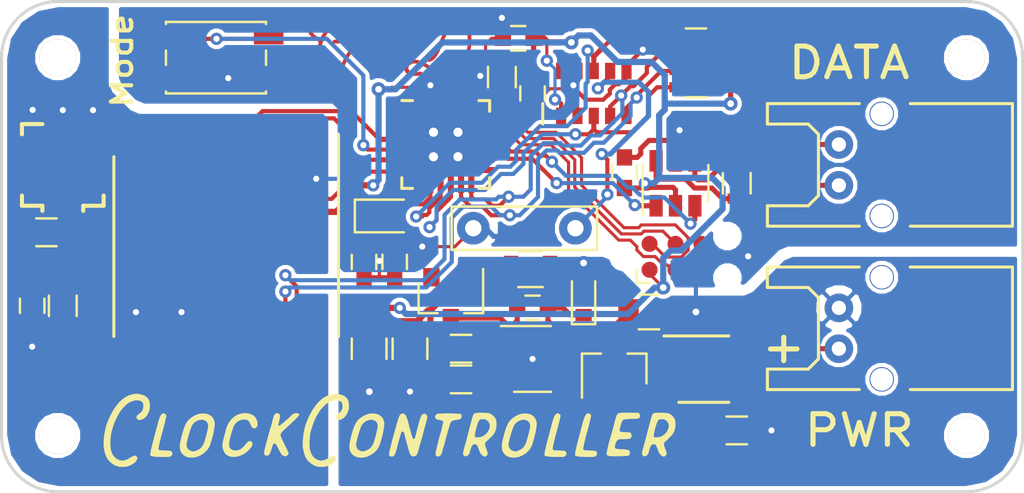
<source format=kicad_pcb>
(kicad_pcb (version 20171114) (host pcbnew "(2017-11-24 revision a01d81e4b)-makepkg")
  (layers (0 F.Cu signal) (31 B.Cu signal hide) (34 B.Paste user hide) (35 F.Paste user hide) (36 B.SilkS user hide) (37 F.SilkS user) (38 B.Mask user hide) (39 F.Mask user hide) (44 Edge.Cuts user))
  (net 0 "")
  (net 1 GND)
  (net 2 +3V3)
  (net 3 "Net-(C2-Pad2)")
  (net 4 "Net-(C3-Pad2)")
  (net 5 "Net-(C4-Pad1)")
  (net 6 "Net-(C6-Pad1)")
  (net 7 "Net-(C7-Pad1)")
  (net 8 "Net-(C7-Pad2)")
  (net 9 "Net-(C10-Pad1)")
  (net 10 "Net-(D1-Pad2)")
  (net 11 "Net-(J2-Pad1)")
  (net 12 CTX_SWCLK)
  (net 13 "Net-(J3-Pad2)")
  (net 14 "Net-(J3-Pad1)")
  (net 15 "Net-(R4-Pad2)")
  (net 16 I2C_SCL)
  (net 17 RTC_INT2)
  (net 18 I2C_SDA)
  (net 19 RTC_INT1)
  (net 20 "Net-(C11-Pad1)")
  (net 21 "Net-(R6-Pad2)")
  (net 22 "Net-(AE1-Pad1)")
  (net 23 RS485_EN)
  (net 24 RS485_DATA)
  (net 25 CTX_SWDIO)
  (net 26 CTX_RST)
  (net 27 BUTTON)
  (net 28 GPS_RX)
  (net 29 GPS_TX)
  (net 30 GPS_PPS)
  (net 31 "Net-(U2-Pad22)")
  (net 32 "Net-(U2-Pad21)")
  (net 33 "Net-(U2-Pad16)")
  (net 34 "Net-(U2-Pad14)")
  (net 35 "Net-(U2-Pad13)")
  (module clockController:SB02B-PASK-2 (layer F.Cu) (at 141 108 90)
    (fp_text reference J3 (at 2 -6.5 90) (layer F.SilkS) (effects (font (size 0 0))))
    (fp_text value "JST S02B-PASK")
    (pad "" np_thru_hole circle (at -2.5 2.1 90) (size 1.2 1.2) (drill 1.1) (layers *.Cu *.Mask))
    (pad "" np_thru_hole circle (at 2.5 2.1 90) (size 1.2 1.2) (drill 1.1) (layers *.Cu *.Mask))
    (pad 2 thru_hole circle (at 1 0 90) (size 1.4 1.4) (drill 0.7) (layers *.Cu *.Mask) (net 13 "Net-(J3-Pad2)"))
    (pad 1 thru_hole circle (at -1 0 90) (size 1.4 1.4) (drill 0.7) (layers *.Cu *.Mask) (net 14 "Net-(J3-Pad1)"))
  )
  (module clockController:SB02B-PASK-2 (layer F.Cu) (at 141 116 90)
    (fp_text reference J2 (at 2 -6.5 90) (layer F.SilkS) (effects (font (size 0 0))))
    (fp_text value "JST S02B-PASK")
    (pad "" np_thru_hole circle (at -2.5 2.1 90) (size 1.2 1.2) (drill 1.1) (layers *.Cu *.Mask))
    (pad "" np_thru_hole circle (at 2.5 2.1 90) (size 1.2 1.2) (drill 1.1) (layers *.Cu *.Mask))
    (pad 2 thru_hole circle (at 1 0 90) (size 1.4 1.4) (drill 0.7) (layers *.Cu *.Mask) (net 1 GND))
    (pad 1 thru_hole circle (at -1 0 90) (size 1.4 1.4) (drill 0.7) (layers *.Cu *.Mask) (net 11 "Net-(J2-Pad1)"))
  )
  (module clockController:MCRF (layer F.Cu) (at 103 108)
    (fp_text reference AE1 (at 3 -2) (layer F.SilkS) (effects (font (size 0 0))))
    (fp_text value Antenna_Shield)
    (pad 1 smd rect (at 0 1.5) (size 1 1) (layers F.Cu F.Paste F.Mask) (net 22 "Net-(AE1-Pad1)"))
    (pad 2 smd rect (at 0 -1.5) (size 1 1) (layers F.Cu F.Paste F.Mask) (net 1 GND))
    (pad 2 smd rect (at -1.475 0) (size 1.05 2.2) (layers F.Cu F.Paste F.Mask) (net 1 GND))
    (pad 2 smd rect (at 1.475 0) (size 1.05 2.2) (layers F.Cu F.Paste F.Mask) (net 1 GND))
  )
  (module Buttons_Switches_SMD:SW_SPST_EVQP2 (layer F.Cu) (at 110.5 102.75)
    (fp_text reference SW1 (at 0 -2.75) (layer F.SilkS) (effects (font (size 0 0))))
    (fp_text value SW_DIP_x01)
    (pad 1 smd rect (at 2.58 -1) (size 1.45 0.7) (layers F.Cu F.Paste F.Mask) (net 27 BUTTON))
    (pad 1 smd rect (at -2.58 -1) (size 1.45 0.7) (layers F.Cu F.Paste F.Mask) (net 27 BUTTON))
    (pad 2 smd rect (at -2.58 1) (size 1.45 0.7) (layers F.Cu F.Paste F.Mask) (net 1 GND))
    (pad 2 smd rect (at 2.58 1) (size 1.45 0.7) (layers F.Cu F.Paste F.Mask) (net 1 GND))
  )
  (module clockController:MAX_M8 (layer F.Cu) (at 111 112 90)
    (fp_text reference U4 (at -1.1 -6.6 90) (layer F.SilkS) (effects (font (size 0 0))))
    (fp_text value MAX_M8Q)
    (pad 1 smd rect (at 4.85 4.4 90) (size 1.8 0.7) (layers F.Cu F.Paste F.Mask) (net 1 GND))
    (pad 2 smd rect (at 4.85 3.3 90) (size 1.8 0.8) (layers F.Cu F.Paste F.Mask) (net 28 GPS_RX))
    (pad 3 smd rect (at 4.85 2.2 90) (size 1.8 0.8) (layers F.Cu F.Paste F.Mask) (net 29 GPS_TX))
    (pad 4 smd rect (at 4.85 1.1 90) (size 1.8 0.8) (layers F.Cu F.Paste F.Mask) (net 30 GPS_PPS))
    (pad 5 smd rect (at 4.85 0 90) (size 1.8 0.8) (layers F.Cu F.Paste F.Mask))
    (pad 6 smd rect (at 4.85 -1.1 90) (size 1.8 0.8) (layers F.Cu F.Paste F.Mask))
    (pad 7 smd rect (at 4.85 -2.2 90) (size 1.8 0.8) (layers F.Cu F.Paste F.Mask) (net 2 +3V3))
    (pad 8 smd rect (at 4.85 -3.3 90) (size 1.8 0.8) (layers F.Cu F.Paste F.Mask) (net 2 +3V3))
    (pad 9 smd rect (at 4.85 -4.4 90) (size 1.8 0.7) (layers F.Cu F.Paste F.Mask) (net 2 +3V3))
    (pad 10 smd rect (at -4.75 -4.4 90) (size 1.8 0.7) (layers F.Cu F.Paste F.Mask) (net 1 GND))
    (pad 11 smd rect (at -4.75 -3.3 90) (size 1.8 0.8) (layers F.Cu F.Paste F.Mask) (net 22 "Net-(AE1-Pad1)"))
    (pad 12 smd rect (at -4.75 -2.2 90) (size 1.8 0.8) (layers F.Cu F.Paste F.Mask) (net 1 GND))
    (pad 13 smd rect (at -4.75 -1.1 90) (size 1.8 0.8) (layers F.Cu F.Paste F.Mask))
    (pad 14 smd rect (at -4.75 0 90) (size 1.8 0.8) (layers F.Cu F.Paste F.Mask) (net 21 "Net-(R6-Pad2)"))
    (pad 15 smd rect (at -4.75 1.1 90) (size 1.8 0.8) (layers F.Cu F.Paste F.Mask))
    (pad 16 smd rect (at -4.75 2.2 90) (size 1.8 0.8) (layers F.Cu F.Paste F.Mask) (net 18 I2C_SDA))
    (pad 17 smd rect (at -4.75 3.3 90) (size 1.8 0.8) (layers F.Cu F.Paste F.Mask) (net 16 I2C_SCL))
    (pad 18 smd rect (at -4.75 4.4 90) (size 1.8 0.7) (layers F.Cu F.Paste F.Mask))
  )
  (module Housings_DFN_QFN:DFN-8-1EP_3x3mm_Pitch0.65mm (layer F.Cu) (at 134.3875 118)
    (fp_text reference Q1 (at 0 -2.55) (layer F.SilkS) (effects (font (size 0 0))))
    (fp_text value IRF7606PBF)
    (pad 9 smd rect (at -0.3875 -0.6) (size 0.775 1.2) (layers F.Cu F.Paste F.Mask))
    (pad 9 smd rect (at -0.3875 0.6) (size 0.775 1.2) (layers F.Cu F.Paste F.Mask))
    (pad 9 smd rect (at 0.3875 -0.6) (size 0.775 1.2) (layers F.Cu F.Paste F.Mask))
    (pad 9 smd rect (at 0.3875 0.6) (size 0.775 1.2) (layers F.Cu F.Paste F.Mask))
    (pad 8 smd rect (at 1.55 -0.975) (size 0.65 0.35) (layers F.Cu F.Paste F.Mask) (net 11 "Net-(J2-Pad1)"))
    (pad 7 smd rect (at 1.55 -0.325) (size 0.65 0.35) (layers F.Cu F.Paste F.Mask) (net 11 "Net-(J2-Pad1)"))
    (pad 6 smd rect (at 1.55 0.325) (size 0.65 0.35) (layers F.Cu F.Paste F.Mask) (net 11 "Net-(J2-Pad1)"))
    (pad 5 smd rect (at 1.55 0.975) (size 0.65 0.35) (layers F.Cu F.Paste F.Mask) (net 11 "Net-(J2-Pad1)"))
    (pad 4 smd rect (at -1.55 0.975) (size 0.65 0.35) (layers F.Cu F.Paste F.Mask) (net 10 "Net-(D1-Pad2)"))
    (pad 3 smd rect (at -1.55 0.325) (size 0.65 0.35) (layers F.Cu F.Paste F.Mask) (net 5 "Net-(C4-Pad1)"))
    (pad 2 smd rect (at -1.55 -0.325) (size 0.65 0.35) (layers F.Cu F.Paste F.Mask) (net 5 "Net-(C4-Pad1)"))
    (pad 1 smd rect (at -1.55 -0.975) (size 0.65 0.35) (layers F.Cu F.Paste F.Mask) (net 5 "Net-(C4-Pad1)"))
  )
  (module Housings_DFN_QFN:QFN-24-1EP_4x4mm_Pitch0.5mm (layer F.Cu) (at 121.75 107)
    (fp_text reference U2 (at 0 -3.375) (layer F.SilkS) (effects (font (size 0 0))))
    (fp_text value ATSAMD11D14A)
    (pad 25 smd rect (at -0.6 -0.6) (size 1.3 1.3) (layers F.Cu F.Paste F.Mask) (net 1 GND))
    (pad 25 smd rect (at -0.6 0.6) (size 1.3 1.3) (layers F.Cu F.Paste F.Mask) (net 1 GND))
    (pad 25 smd rect (at 0.6 -0.6) (size 1.3 1.3) (layers F.Cu F.Paste F.Mask) (net 1 GND))
    (pad 25 smd rect (at 0.6 0.6) (size 1.3 1.3) (layers F.Cu F.Paste F.Mask) (net 1 GND))
    (pad 24 smd rect (at -1.25 -1.95 90) (size 0.85 0.3) (layers F.Cu F.Paste F.Mask) (net 2 +3V3))
    (pad 23 smd rect (at -0.75 -1.95 90) (size 0.85 0.3) (layers F.Cu F.Paste F.Mask) (net 1 GND))
    (pad 22 smd rect (at -0.25 -1.95 90) (size 0.85 0.3) (layers F.Cu F.Paste F.Mask) (net 31 "Net-(U2-Pad22)"))
    (pad 21 smd rect (at 0.25 -1.95 90) (size 0.85 0.3) (layers F.Cu F.Paste F.Mask) (net 32 "Net-(U2-Pad21)"))
    (pad 20 smd rect (at 0.75 -1.95 90) (size 0.85 0.3) (layers F.Cu F.Paste F.Mask) (net 25 CTX_SWDIO))
    (pad 19 smd rect (at 1.25 -1.95 90) (size 0.85 0.3) (layers F.Cu F.Paste F.Mask) (net 12 CTX_SWCLK))
    (pad 18 smd rect (at 1.95 -1.25) (size 0.85 0.3) (layers F.Cu F.Paste F.Mask) (net 26 CTX_RST))
    (pad 17 smd rect (at 1.95 -0.75) (size 0.85 0.3) (layers F.Cu F.Paste F.Mask) (net 23 RS485_EN))
    (pad 16 smd rect (at 1.95 -0.25) (size 0.85 0.3) (layers F.Cu F.Paste F.Mask) (net 33 "Net-(U2-Pad16)"))
    (pad 15 smd rect (at 1.95 0.25) (size 0.85 0.3) (layers F.Cu F.Paste F.Mask) (net 24 RS485_DATA))
    (pad 14 smd rect (at 1.95 0.75) (size 0.85 0.3) (layers F.Cu F.Paste F.Mask) (net 34 "Net-(U2-Pad14)"))
    (pad 13 smd rect (at 1.95 1.25) (size 0.85 0.3) (layers F.Cu F.Paste F.Mask) (net 35 "Net-(U2-Pad13)"))
    (pad 12 smd rect (at 1.25 1.95 90) (size 0.85 0.3) (layers F.Cu F.Paste F.Mask) (net 16 I2C_SCL))
    (pad 11 smd rect (at 0.75 1.95 90) (size 0.85 0.3) (layers F.Cu F.Paste F.Mask) (net 18 I2C_SDA))
    (pad 10 smd rect (at 0.25 1.95 90) (size 0.85 0.3) (layers F.Cu F.Paste F.Mask) (net 19 RTC_INT1))
    (pad 9 smd rect (at -0.25 1.95 90) (size 0.85 0.3) (layers F.Cu F.Paste F.Mask) (net 17 RTC_INT2))
    (pad 8 smd rect (at -0.75 1.95 90) (size 0.85 0.3) (layers F.Cu F.Paste F.Mask) (net 4 "Net-(C3-Pad2)"))
    (pad 7 smd rect (at -1.25 1.95 90) (size 0.85 0.3) (layers F.Cu F.Paste F.Mask) (net 3 "Net-(C2-Pad2)"))
    (pad 6 smd rect (at -1.95 1.25) (size 0.85 0.3) (layers F.Cu F.Paste F.Mask) (net 28 GPS_RX))
    (pad 5 smd rect (at -1.95 0.75) (size 0.85 0.3) (layers F.Cu F.Paste F.Mask) (net 29 GPS_TX))
    (pad 4 smd rect (at -1.95 0.25) (size 0.85 0.3) (layers F.Cu F.Paste F.Mask) (net 27 BUTTON))
    (pad 3 smd rect (at -1.95 -0.25) (size 0.85 0.3) (layers F.Cu F.Paste F.Mask) (net 30 GPS_PPS))
    (pad 2 smd rect (at -1.95 -0.75) (size 0.85 0.3) (layers F.Cu F.Paste F.Mask))
    (pad 1 smd rect (at -1.95 -1.25) (size 0.85 0.3) (layers F.Cu F.Paste F.Mask))
    (pad 25 thru_hole circle (at -0.6 -0.6) (size 1 1) (drill 0.45) (layers *.Cu) (net 1 GND))
    (pad 25 thru_hole circle (at 0.6 -0.6) (size 1 1) (drill 0.45) (layers *.Cu) (net 1 GND))
    (pad 25 thru_hole circle (at -0.6 0.6) (size 1 1) (drill 0.45) (layers *.Cu) (net 1 GND))
    (pad 25 thru_hole circle (at 0.6 0.6) (size 1 1) (drill 0.45) (layers *.Cu) (net 1 GND))
  )
  (module clockController:10-DFN (layer F.Cu) (at 129 104.5)
    (fp_text reference U5 (at 1 -2.5) (layer F.SilkS) (effects (font (size 0 0))))
    (fp_text value AB-RTCMC)
    (pad 1 smd rect (at -1.6 1.1) (size 0.5 0.8) (layers F.Cu F.Paste F.Mask) (net 2 +3V3))
    (pad 2 smd rect (at -0.8 1.1) (size 0.5 0.8) (layers F.Cu F.Paste F.Mask) (net 6 "Net-(C6-Pad1)"))
    (pad 3 smd rect (at 0 1.1) (size 0.5 0.8) (layers F.Cu F.Paste F.Mask) (net 19 RTC_INT1))
    (pad 4 smd rect (at 0.8 1.1) (size 0.5 0.8) (layers F.Cu F.Paste F.Mask) (net 16 I2C_SCL))
    (pad 5 smd rect (at 1.6 1.1) (size 0.5 0.8) (layers F.Cu F.Paste F.Mask) (net 18 I2C_SDA))
    (pad 6 smd rect (at 1.6 -1.1) (size 0.5 0.8) (layers F.Cu F.Paste F.Mask) (net 1 GND))
    (pad 7 smd rect (at 0.8 -1.1) (size 0.5 0.8) (layers F.Cu F.Paste F.Mask) (net 9 "Net-(C10-Pad1)"))
    (pad 8 smd rect (at 0 -1.1) (size 0.5 0.8) (layers F.Cu F.Paste F.Mask) (net 17 RTC_INT2))
    (pad 9 smd rect (at -0.8 -1.1) (size 0.5 0.8) (layers F.Cu F.Paste F.Mask) (net 1 GND))
    (pad 10 smd rect (at -1.6 -1.1) (size 0.5 0.8) (layers F.Cu F.Paste F.Mask))
  )
  (module TO_SOT_Packages_SMD:SOT-23 (layer F.Cu) (at 130 118 90)
    (fp_text reference D1 (at 0 -2.5 90) (layer F.SilkS) (effects (font (size 0 0))))
    (fp_text value 10V)
    (pad 1 smd rect (at 1 0 90) (size 0.9 0.8) (layers F.Cu F.Paste F.Mask) (net 5 "Net-(C4-Pad1)"))
    (pad 2 smd rect (at -1 0.95 90) (size 0.9 0.8) (layers F.Cu F.Paste F.Mask) (net 10 "Net-(D1-Pad2)"))
    (pad 3 smd rect (at -1 -0.95 90) (size 0.9 0.8) (layers F.Cu F.Paste F.Mask))
  )
  (module LOGO (layer F.Cu) (at 119 121)
    (fp_text reference G*** hide)
    (fp_text value LOGO hide)
  )
  (module LOGO (layer F.Cu) (at 118.9 102.7)
    (fp_text reference G*** hide)
    (fp_text value LOGO hide)
    (fp_poly (pts (xy 0.307173 -1.375381) (xy 0.355413 -1.356961) (xy 0.404502 -1.331405) (xy 0.45079 -1.300384) (xy 0.490626 -1.265566) (xy 0.493443 -1.262648) (xy 0.528735 -1.222531) (xy 0.555871 -1.183494) (xy 0.577241 -1.140882) (xy 0.595239 -1.090041) (xy 0.609884 -1.036017) (xy 0.634458 -0.936649) (xy 0.617802 -0.860335) (xy 0.607029 -0.81882) (xy 0.594291 -0.781662) (xy 0.581606 -0.754637) (xy 0.579853 -0.751844) (xy 0.555696 -0.726762) (xy 0.528119 -0.717995) (xy 0.498525 -0.725625) (xy 0.472391 -0.745506) (xy 0.456871 -0.762593) (xy 0.450591 -0.777193) (xy 0.451409 -0.796885) (xy 0.453831 -0.811123) (xy 0.460194 -0.862878) (xy 0.461581 -0.917055) (xy 0.458247 -0.968529) (xy 0.450446 -1.012172) (xy 0.442715 -1.034773) (xy 0.414689 -1.080947) (xy 0.373919 -1.127263) (xy 0.324126 -1.169917) (xy 0.284919 -1.196138) (xy 0.233885 -1.229229) (xy 0.197204 -1.259186) (xy 0.175523 -1.285401) (xy 0.169364 -1.304867) (xy 0.176082 -1.334181) (xy 0.193222 -1.361183) (xy 0.216398 -1.379929) (xy 0.227843 -1.384134) (xy 0.263433 -1.384995) (xy 0.307173 -1.375381)) (layer F.Cu) (width 0.01))
    (fp_poly (pts (xy 2.705695 -2.027621) (xy 2.762072 -2.02735) (xy 2.8041 -2.026518) (xy 2.83436 -2.02491) (xy 2.855432 -2.022312) (xy 2.869898 -2.01851) (xy 2.880339 -2.013289) (xy 2.880643 -2.013091) (xy 2.901675 -1.990542) (xy 2.909792 -1.962088) (xy 2.903933 -1.933176) (xy 2.898097 -1.92357) (xy 2.889503 -1.913218) (xy 2.879535 -1.905143) (xy 2.865694 -1.898702) (xy 2.845481 -1.893255) (xy 2.816397 -1.888159) (xy 2.775945 -1.882772) (xy 2.721625 -1.876451) (xy 2.709333 -1.87507) (xy 2.527325 -1.848656) (xy 2.357236 -1.811388) (xy 2.197675 -1.762879) (xy 2.047249 -1.702745) (xy 1.989382 -1.675377) (xy 1.879709 -1.615132) (xy 1.785335 -1.550094) (xy 1.705013 -1.479081) (xy 1.637499 -1.400908) (xy 1.581545 -1.314394) (xy 1.555415 -1.263184) (xy 1.533284 -1.19777) (xy 1.524393 -1.127503) (xy 1.528465 -1.056435) (xy 1.545224 -0.988617) (xy 1.574391 -0.9281) (xy 1.578794 -0.9214) (xy 1.610473 -0.888951) (xy 1.652244 -0.866452) (xy 1.699853 -0.854862) (xy 1.749043 -0.85514) (xy 1.795559 -0.868244) (xy 1.801695 -0.871197) (xy 1.825116 -0.885815) (xy 1.854435 -0.907792) (xy 1.883554 -0.932539) (xy 1.885289 -0.934128) (xy 1.918762 -0.963814) (xy 1.944308 -0.983081) (xy 1.965469 -0.993971) (xy 1.985785 -0.998525) (xy 1.997961 -0.999067) (xy 2.024678 -0.992242) (xy 2.048155 -0.974936) (xy 2.063138 -0.951905) (xy 2.065866 -0.937614) (xy 2.060504 -0.91212) (xy 2.046033 -0.878689) (xy 2.024874 -0.84179) (xy 1.999448 -0.805886) (xy 1.985287 -0.789027) (xy 1.935355 -0.745033) (xy 1.874821 -0.710166) (xy 1.807694 -0.685635) (xy 1.73798 -0.672648) (xy 1.669687 -0.672411) (xy 1.625001 -0.680444) (xy 1.559959 -0.706428) (xy 1.503103 -0.746504) (xy 1.455049 -0.799621) (xy 1.416411 -0.864723) (xy 1.387808 -0.940758) (xy 1.369853 -1.026671) (xy 1.363163 -1.121409) (xy 1.363133 -1.128501) (xy 1.369842 -1.227288) (xy 1.390428 -1.318563) (xy 1.425582 -1.403848) (xy 1.475993 -1.484669) (xy 1.542352 -1.562549) (xy 1.573596 -1.593294) (xy 1.645913 -1.654712) (xy 1.731082 -1.715944) (xy 1.825152 -1.774702) (xy 1.924171 -1.828696) (xy 2.024188 -1.875637) (xy 2.121253 -1.913237) (xy 2.132148 -1.916892) (xy 2.170212 -1.928692) (xy 2.220127 -1.943073) (xy 2.277261 -1.958759) (xy 2.336976 -1.974474) (xy 2.387599 -1.98722) (xy 2.552699 -2.027767) (xy 2.705695 -2.027621)) (layer F.Cu) (width 0.01))
    (fp_poly (pts (xy -1.369871 -2.231703) (xy -1.352754 -2.228022) (xy -1.280327 -2.203109) (xy -1.216114 -2.163427) (xy -1.174689 -2.12522) (xy -1.118181 -2.062429) (xy -1.073657 -2.008617) (xy -1.039948 -1.962101) (xy -1.015882 -1.921197) (xy -1.000289 -1.884221) (xy -0.995472 -1.867377) (xy -0.990627 -1.831816) (xy -0.98955 -1.785311) (xy -0.991965 -1.733357) (xy -0.997594 -1.681451) (xy -1.00616 -1.635093) (xy -1.007456 -1.629834) (xy -1.03856 -1.536053) (xy -1.083812 -1.444065) (xy -1.1438 -1.353035) (xy -1.219111 -1.26213) (xy -1.310333 -1.170515) (xy -1.366428 -1.120443) (xy -1.509376 -1.008505) (xy -1.661521 -0.910691) (xy -1.823001 -0.826933) (xy -1.99395 -0.757159) (xy -2.174504 -0.701303) (xy -2.201334 -0.694394) (xy -2.298684 -0.671628) (xy -2.382385 -0.655844) (xy -2.45414 -0.646878) (xy -2.515652 -0.644567) (xy -2.568625 -0.648748) (xy -2.603211 -0.655894) (xy -2.641508 -0.672294) (xy -2.668244 -0.696026) (xy -2.682743 -0.724193) (xy -2.684329 -0.753897) (xy -2.672326 -0.782242) (xy -2.646059 -0.80633) (xy -2.639233 -0.810276) (xy -2.626119 -0.815676) (xy -2.607803 -0.819927) (xy -2.581848 -0.82328) (xy -2.545818 -0.825985) (xy -2.497274 -0.828293) (xy -2.446867 -0.83005) (xy -2.281767 -0.835241) (xy -2.150534 -0.88433) (xy -2.028033 -0.931678) (xy -1.919843 -0.976969) (xy -1.823664 -1.021428) (xy -1.737194 -1.066283) (xy -1.658133 -1.112761) (xy -1.58418 -1.162086) (xy -1.513034 -1.215487) (xy -1.481667 -1.240888) (xy -1.394701 -1.320327) (xy -1.318931 -1.404983) (xy -1.255738 -1.492929) (xy -1.206506 -1.582237) (xy -1.172616 -1.67098) (xy -1.172251 -1.67223) (xy -1.162349 -1.734361) (xy -1.166393 -1.799294) (xy -1.183402 -1.862377) (xy -1.212394 -1.918959) (xy -1.229005 -1.940962) (xy -1.243321 -1.954582) (xy -1.268257 -1.975156) (xy -1.300476 -2.000044) (xy -1.336645 -2.026606) (xy -1.341967 -2.030403) (xy -1.391151 -2.067022) (xy -1.426367 -2.097531) (xy -1.448756 -2.123459) (xy -1.459463 -2.146336) (xy -1.459631 -2.167692) (xy -1.45473 -2.181277) (xy -1.439588 -2.202927) (xy -1.420487 -2.221124) (xy -1.405272 -2.230786) (xy -1.390576 -2.234091) (xy -1.369871 -2.231703)) (layer F.Cu) (width 0.01))
    (fp_poly (pts (xy 3.33505 -1.647397) (xy 3.368089 -1.634108) (xy 3.389933 -1.608753) (xy 3.394732 -1.597181) (xy 3.399732 -1.575524) (xy 3.398281 -1.556268) (xy 3.388856 -1.537832) (xy 3.369932 -1.518636) (xy 3.339986 -1.497097) (xy 3.297493 -1.471637) (xy 3.246966 -1.443903) (xy 3.16704 -1.393136) (xy 3.090425 -1.328123) (xy 3.016754 -1.248391) (xy 2.945659 -1.15347) (xy 2.876772 -1.042888) (xy 2.809726 -0.916172) (xy 2.770331 -0.832429) (xy 2.751516 -0.790396) (xy 2.735522 -0.753608) (xy 2.721021 -0.718655) (xy 2.706682 -0.682128) (xy 2.691175 -0.640616) (xy 2.67317 -0.590709) (xy 2.651338 -0.528998) (xy 2.645445 -0.512234) (xy 2.600767 -0.394621) (xy 2.551722 -0.282948) (xy 2.499272 -0.178774) (xy 2.444378 -0.083655) (xy 2.388003 0.000849) (xy 2.331109 0.073181) (xy 2.274656 0.131784) (xy 2.222122 0.173446) (xy 2.198531 0.187156) (xy 2.166808 0.203022) (xy 2.131104 0.219277) (xy 2.09557 0.23415) (xy 2.064358 0.245873) (xy 2.041619 0.252677) (xy 2.033872 0.253668) (xy 2.022552 0.250342) (xy 2.003428 0.24273) (xy 2.002161 0.242181) (xy 1.976629 0.222912) (xy 1.960656 0.194637) (xy 1.956285 0.162928) (xy 1.963523 0.136855) (xy 1.973575 0.126803) (xy 1.99495 0.110547) (xy 2.024364 0.090453) (xy 2.053771 0.071795) (xy 2.131503 0.01769) (xy 2.20186 -0.043923) (xy 2.260968 -0.109475) (xy 2.283141 -0.139711) (xy 2.301127 -0.169651) (xy 2.323623 -0.212426) (xy 2.349273 -0.264987) (xy 2.376719 -0.324285) (xy 2.404605 -0.387272) (xy 2.431576 -0.450897) (xy 2.456273 -0.512111) (xy 2.477341 -0.567866) (xy 2.490304 -0.605367) (xy 2.505501 -0.646865) (xy 2.527606 -0.700354) (xy 2.555255 -0.763048) (xy 2.587089 -0.83216) (xy 2.621744 -0.904905) (xy 2.65786 -0.978497) (xy 2.694074 -1.050149) (xy 2.729025 -1.117076) (xy 2.76135 -1.176491) (xy 2.789689 -1.225608) (xy 2.806883 -1.253067) (xy 2.850568 -1.313119) (xy 2.901792 -1.373203) (xy 2.958413 -1.431575) (xy 3.01829 -1.486488) (xy 3.079279 -1.536199) (xy 3.139239 -1.578962) (xy 3.196027 -1.613031) (xy 3.247502 -1.636661) (xy 3.291522 -1.648107) (xy 3.291784 -1.648138) (xy 3.33505 -1.647397)) (layer F.Cu) (width 0.01))
    (fp_poly (pts (xy -0.02167 -1.384953) (xy 0.012678 -1.372066) (xy 0.037656 -1.349814) (xy 0.050029 -1.321453) (xy 0.0508 -1.312067) (xy 0.042801 -1.281217) (xy 0.019808 -1.255484) (xy -0.01668 -1.236162) (xy -0.047104 -1.227617) (xy -0.080082 -1.218904) (xy -0.12354 -1.204755) (xy -0.172653 -1.186977) (xy -0.222596 -1.167376) (xy -0.268544 -1.147759) (xy -0.299384 -1.133167) (xy -0.365825 -1.091986) (xy -0.424602 -1.038838) (xy -0.477174 -0.972163) (xy -0.523542 -0.893238) (xy -0.539729 -0.859847) (xy -0.548968 -0.833342) (xy -0.553143 -0.806161) (xy -0.554138 -0.770742) (xy -0.554138 -0.770467) (xy -0.547741 -0.709518) (xy -0.528465 -0.659563) (xy -0.496301 -0.62059) (xy -0.451238 -0.592585) (xy -0.398481 -0.576517) (xy -0.359959 -0.567616) (xy -0.318712 -0.556133) (xy -0.299445 -0.549948) (xy -0.251019 -0.538215) (xy -0.192579 -0.533544) (xy -0.17837 -0.533401) (xy -0.073318 -0.52941) (xy 0.018608 -0.517137) (xy 0.099299 -0.496129) (xy 0.170643 -0.465935) (xy 0.21619 -0.438986) (xy 0.279655 -0.389289) (xy 0.327337 -0.334953) (xy 0.360118 -0.274343) (xy 0.378881 -0.205824) (xy 0.384507 -0.127761) (xy 0.384501 -0.127) (xy 0.375444 -0.036106) (xy 0.350871 0.052968) (xy 0.312193 0.137955) (xy 0.260821 0.216588) (xy 0.198168 0.286602) (xy 0.125643 0.34573) (xy 0.068815 0.379921) (xy 0.033274 0.396758) (xy -0.011498 0.415478) (xy -0.062283 0.434993) (xy -0.115866 0.454213) (xy -0.169028 0.472048) (xy -0.218553 0.487409) (xy -0.261225 0.499206) (xy -0.293825 0.506349) (xy -0.309344 0.508) (xy -0.339268 0.50433) (xy -0.36337 0.490691) (xy -0.371638 0.483436) (xy -0.390005 0.462087) (xy -0.397235 0.439274) (xy -0.397934 0.424784) (xy -0.395626 0.403418) (xy -0.387267 0.385869) (xy -0.370701 0.37061) (xy -0.343772 0.356113) (xy -0.304326 0.34085) (xy -0.258294 0.325806) (xy -0.192188 0.303686) (xy -0.12746 0.279298) (xy -0.067672 0.25416) (xy -0.016385 0.229787) (xy 0.022839 0.207697) (xy 0.029593 0.203227) (xy 0.076026 0.16418) (xy 0.122166 0.112111) (xy 0.164821 0.050683) (xy 0.169865 0.042333) (xy 0.20105 -0.020734) (xy 0.216463 -0.079298) (xy 0.216183 -0.134823) (xy 0.200287 -0.188769) (xy 0.183806 -0.220136) (xy 0.148703 -0.265429) (xy 0.103475 -0.300881) (xy 0.045295 -0.328647) (xy 0.0381 -0.331284) (xy 0.014265 -0.338625) (xy -0.012943 -0.344324) (xy -0.046746 -0.348783) (xy -0.090364 -0.352409) (xy -0.147019 -0.355604) (xy -0.160867 -0.356258) (xy -0.223452 -0.359636) (xy -0.273293 -0.363643) (xy -0.314581 -0.368807) (xy -0.351507 -0.375655) (xy -0.388259 -0.384716) (xy -0.389467 -0.385045) (xy -0.469365 -0.410204) (xy -0.534583 -0.438334) (xy -0.587262 -0.47047) (xy -0.616385 -0.494546) (xy -0.663579 -0.549659) (xy -0.697306 -0.612645) (xy -0.718002 -0.681709) (xy -0.726103 -0.755056) (xy -0.722044 -0.830892) (xy -0.706261 -0.907422) (xy -0.67919 -0.982852) (xy -0.641267 -1.055386) (xy -0.592927 -1.12323) (xy -0.534606 -1.184589) (xy -0.46674 -1.237668) (xy -0.430584 -1.259857) (xy -0.383503 -1.283837) (xy -0.329224 -1.307364) (xy -0.27086 -1.329485) (xy -0.211525 -1.349249) (xy -0.154334 -1.365703) (xy -0.102399 -1.377894) (xy -0.058836 -1.384869) (xy -0.026757 -1.385676) (xy -0.02167 -1.384953)) (layer F.Cu) (width 0.01))
    (fp_poly (pts (xy -0.846437 -0.13741) (xy -0.831358 -0.123323) (xy -0.813174 -0.10055) (xy -0.802836 -0.07999) (xy -0.799435 -0.056706) (xy -0.802059 -0.025761) (xy -0.807511 0.005868) (xy -0.814786 0.070685) (xy -0.809839 0.125734) (xy -0.792406 0.173234) (xy -0.786505 0.183482) (xy -0.770626 0.203016) (xy -0.744554 0.228756) (xy -0.712164 0.257479) (xy -0.677329 0.285965) (xy -0.643924 0.310991) (xy -0.615822 0.329337) (xy -0.603566 0.33561) (xy -0.579801 0.348692) (xy -0.55366 0.367334) (xy -0.546416 0.373392) (xy -0.526886 0.393394) (xy -0.518185 0.412421) (xy -0.516467 0.433061) (xy -0.523129 0.467557) (xy -0.542301 0.491725) (xy -0.572767 0.505152) (xy -0.61331 0.507424) (xy -0.66271 0.498126) (xy -0.6858 0.490674) (xy -0.755659 0.457022) (xy -0.820274 0.409237) (xy -0.877292 0.34987) (xy -0.924357 0.281473) (xy -0.959117 0.206597) (xy -0.965508 0.187491) (xy -0.976351 0.137913) (xy -0.98099 0.082871) (xy -0.979834 0.02618) (xy -0.973293 -0.028341) (xy -0.961775 -0.076876) (xy -0.94569 -0.115607) (xy -0.930842 -0.135959) (xy -0.905054 -0.151171) (xy -0.875714 -0.151501) (xy -0.846437 -0.13741)) (layer F.Cu) (width 0.01))
    (fp_poly (pts (xy -1.662077 -2.229053) (xy -1.634497 -2.212705) (xy -1.619749 -2.185607) (xy -1.617134 -2.162967) (xy -1.61919 -2.142956) (xy -1.626405 -2.1252) (xy -1.640345 -2.108788) (xy -1.662579 -2.092809) (xy -1.694676 -2.076349) (xy -1.738202 -2.058499) (xy -1.794726 -2.038344) (xy -1.865815 -2.014975) (xy -1.878685 -2.010864) (xy -1.991341 -1.968415) (xy -2.108889 -1.911681) (xy -2.229438 -1.841893) (xy -2.351101 -1.760282) (xy -2.471987 -1.66808) (xy -2.590208 -1.566518) (xy -2.657282 -1.503349) (xy -2.719056 -1.441572) (xy -2.771067 -1.385569) (xy -2.817031 -1.330868) (xy -2.860668 -1.272998) (xy -2.905697 -1.207488) (xy -2.914721 -1.1938) (xy -3.01864 -1.024864) (xy -3.106321 -0.859684) (xy -3.177941 -0.69786) (xy -3.233678 -0.538993) (xy -3.273464 -0.383857) (xy -3.287254 -0.299408) (xy -3.295384 -0.208679) (xy -3.29775 -0.116939) (xy -3.294247 -0.029454) (xy -3.284771 0.048509) (xy -3.282267 0.061908) (xy -3.256932 0.162547) (xy -3.223552 0.248882) (xy -3.181392 0.321882) (xy -3.129719 0.382515) (xy -3.067799 0.431751) (xy -2.994899 0.470558) (xy -2.963334 0.483075) (xy -2.881821 0.510116) (xy -2.811312 0.527435) (xy -2.749138 0.535297) (xy -2.692628 0.533967) (xy -2.639113 0.523713) (xy -2.618584 0.517388) (xy -2.565507 0.503359) (xy -2.524276 0.501261) (xy -2.494955 0.511076) (xy -2.477605 0.532784) (xy -2.472267 0.564029) (xy -2.480254 0.595745) (xy -2.50236 0.625781) (xy -2.5358 0.651423) (xy -2.577792 0.66996) (xy -2.582334 0.671312) (xy -2.672588 0.691754) (xy -2.760198 0.701383) (xy -2.841701 0.699998) (xy -2.904067 0.689896) (xy -2.937319 0.679776) (xy -2.980135 0.663975) (xy -3.027723 0.644557) (xy -3.075289 0.623583) (xy -3.11804 0.603116) (xy -3.151181 0.585217) (xy -3.159564 0.579981) (xy -3.226719 0.525727) (xy -3.287096 0.456287) (xy -3.340789 0.371522) (xy -3.387892 0.271296) (xy -3.405802 0.224366) (xy -3.42269 0.17438) (xy -3.435678 0.128002) (xy -3.445235 0.081779) (xy -3.451828 0.032257) (xy -3.455924 -0.024018) (xy -3.45799 -0.0905) (xy -3.458499 -0.1651) (xy -3.457968 -0.238924) (xy -3.456055 -0.299888) (xy -3.452135 -0.35205) (xy -3.445582 -0.399467) (xy -3.43577 -0.446195) (xy -3.422075 -0.496291) (xy -3.40387 -0.553813) (xy -3.394045 -0.583188) (xy -3.377824 -0.636742) (xy -3.370539 -0.678236) (xy -3.372906 -0.710415) (xy -3.385641 -0.736022) (xy -3.409462 -0.757804) (xy -3.445025 -0.778475) (xy -3.506165 -0.812725) (xy -3.569264 -0.85414) (xy -3.631859 -0.900576) (xy -3.691485 -0.949892) (xy -3.745678 -0.999946) (xy -3.791974 -1.048594) (xy -3.827907 -1.093696) (xy -3.849737 -1.1303) (xy -3.86125 -1.156992) (xy -3.868345 -1.180758) (xy -3.872051 -1.207336) (xy -3.873393 -1.242461) (xy -3.8735 -1.262971) (xy -3.873146 -1.301604) (xy -3.871541 -1.327398) (xy -3.867879 -1.344439) (xy -3.86135 -1.356817) (xy -3.852975 -1.366687) (xy -3.827787 -1.383769) (xy -3.799466 -1.388437) (xy -3.773569 -1.380337) (xy -3.764114 -1.372352) (xy -3.754499 -1.357736) (xy -3.74072 -1.331788) (xy -3.725004 -1.298854) (xy -3.716191 -1.278981) (xy -3.690482 -1.222419) (xy -3.666649 -1.177592) (xy -3.641926 -1.139951) (xy -3.613548 -1.104946) (xy -3.603979 -1.094354) (xy -3.565992 -1.058639) (xy -3.520256 -1.024194) (xy -3.470497 -0.993088) (xy -3.420439 -0.967386) (xy -3.373807 -0.949158) (xy -3.334326 -0.940469) (xy -3.325935 -0.94003) (xy -3.307713 -0.941857) (xy -3.290419 -0.948631) (xy -3.272825 -0.961869) (xy -3.253703 -0.983086) (xy -3.231824 -1.013798) (xy -3.205958 -1.055523) (xy -3.174878 -1.109776) (xy -3.146174 -1.16186) (xy -3.120912 -1.203524) (xy -3.085761 -1.254813) (xy -3.04272 -1.313295) (xy -2.993789 -1.376538) (xy -2.940966 -1.442109) (xy -2.886252 -1.507576) (xy -2.831646 -1.570507) (xy -2.779147 -1.628469) (xy -2.730755 -1.67903) (xy -2.68847 -1.719758) (xy -2.684911 -1.722967) (xy -2.584223 -1.806382) (xy -2.470898 -1.88842) (xy -2.348532 -1.967045) (xy -2.220723 -2.040216) (xy -2.091068 -2.105897) (xy -1.963164 -2.162049) (xy -1.840609 -2.206633) (xy -1.819897 -2.213119) (xy -1.754969 -2.229308) (xy -1.702299 -2.234603) (xy -1.662077 -2.229053)) (layer F.Cu) (width 0.01))
    (fp_poly (pts (xy 3.275343 -1.985047) (xy 3.3378 -1.968123) (xy 3.405375 -1.944036) (xy 3.475322 -1.913868) (xy 3.544893 -1.878697) (xy 3.61134 -1.839605) (xy 3.669823 -1.799251) (xy 3.75912 -1.721872) (xy 3.841133 -1.63) (xy 3.915081 -1.524775) (xy 3.980184 -1.407341) (xy 4.035659 -1.278838) (xy 4.046825 -1.24826) (xy 4.062822 -1.201458) (xy 4.075287 -1.160284) (xy 4.084729 -1.121355) (xy 4.091657 -1.081287) (xy 4.096581 -1.036698) (xy 4.100009 -0.984205) (xy 4.102451 -0.920424) (xy 4.103786 -0.869792) (xy 4.105156 -0.772733) (xy 4.104113 -0.688244) (xy 4.100343 -0.612095) (xy 4.093533 -0.540052) (xy 4.083367 -0.467884) (xy 4.069531 -0.391359) (xy 4.067472 -0.381) (xy 4.032505 -0.238281) (xy 3.985995 -0.098957) (xy 3.928923 0.035699) (xy 3.862271 0.164411) (xy 3.787022 0.285908) (xy 3.704156 0.398915) (xy 3.614656 0.502159) (xy 3.519504 0.594365) (xy 3.41968 0.674261) (xy 3.316168 0.740573) (xy 3.209948 0.792027) (xy 3.145366 0.815225) (xy 3.086961 0.832854) (xy 3.037355 0.846096) (xy 2.992241 0.855558) (xy 2.947315 0.861847) (xy 2.898267 0.865571) (xy 2.840792 0.867336) (xy 2.772833 0.867751) (xy 2.713098 0.867554) (xy 2.666728 0.866819) (xy 2.630156 0.865233) (xy 2.599813 0.862481) (xy 2.572134 0.858252) (xy 2.54355 0.852231) (xy 2.514088 0.845018) (xy 2.454729 0.828827) (xy 2.397631 0.810594) (xy 2.340886 0.789375) (xy 2.282586 0.764223) (xy 2.220826 0.734194) (xy 2.153697 0.698342) (xy 2.079291 0.655721) (xy 1.995703 0.605387) (xy 1.901025 0.546395) (xy 1.86299 0.522304) (xy 1.81111 0.489742) (xy 1.760643 0.458831) (xy 1.714407 0.431239) (xy 1.675225 0.408636) (xy 1.645915 0.392692) (xy 1.635269 0.387477) (xy 1.580001 0.366765) (xy 1.513174 0.34872) (xy 1.4401 0.334567) (xy 1.367007 0.325608) (xy 1.299404 0.325645) (xy 1.235522 0.336489) (xy 1.176867 0.356753) (xy 1.124944 0.385052) (xy 1.08126 0.419998) (xy 1.047318 0.460205) (xy 1.024626 0.504288) (xy 1.014688 0.550859) (xy 1.019009 0.598533) (xy 1.03232 0.633798) (xy 1.058405 0.670682) (xy 1.096445 0.706514) (xy 1.141855 0.738307) (xy 1.190046 0.763079) (xy 1.236431 0.777843) (xy 1.257882 0.780557) (xy 1.288844 0.780346) (xy 1.329909 0.777898) (xy 1.376625 0.77372) (xy 1.424541 0.768317) (xy 1.469208 0.762193) (xy 1.506173 0.755856) (xy 1.530986 0.749809) (xy 1.532146 0.749412) (xy 1.578492 0.73806) (xy 1.620378 0.737157) (xy 1.655331 0.74589) (xy 1.680876 0.763445) (xy 1.69454 0.789011) (xy 1.696155 0.803307) (xy 1.691608 0.826124) (xy 1.676214 0.849899) (xy 1.663775 0.863522) (xy 1.645694 0.880314) (xy 1.627089 0.892415) (xy 1.603116 0.902118) (xy 1.568929 0.911716) (xy 1.554414 0.915292) (xy 1.500432 0.925398) (xy 1.436899 0.93261) (xy 1.368619 0.936792) (xy 1.300393 0.93781) (xy 1.237026 0.935528) (xy 1.18332 0.929813) (xy 1.164298 0.926245) (xy 1.074746 0.901408) (xy 1.000656 0.870148) (xy 0.941757 0.832302) (xy 0.897777 0.787706) (xy 0.876288 0.753511) (xy 0.852647 0.699708) (xy 0.838072 0.647132) (xy 0.831416 0.589961) (xy 0.831382 0.526016) (xy 0.835667 0.467587) (xy 0.844884 0.421562) (xy 0.861187 0.38364) (xy 0.886725 0.349521) (xy 0.923651 0.314906) (xy 0.946022 0.296875) (xy 1.024236 0.242006) (xy 1.100628 0.201942) (xy 1.178739 0.175426) (xy 1.262111 0.161202) (xy 1.337733 0.157829) (xy 1.401963 0.160286) (xy 1.465321 0.167797) (xy 1.529434 0.181014) (xy 1.595926 0.200589) (xy 1.666426 0.227174) (xy 1.742559 0.26142) (xy 1.825951 0.30398) (xy 1.91823 0.355505) (xy 2.021021 0.416648) (xy 2.090669 0.459625) (xy 2.182656 0.515682) (xy 2.263734 0.561996) (xy 2.336084 0.599568) (xy 2.401884 0.629401) (xy 2.463313 0.652498) (xy 2.52255 0.669861) (xy 2.570773 0.680476) (xy 2.703061 0.697743) (xy 2.832217 0.698971) (xy 2.957402 0.684315) (xy 3.077781 0.653932) (xy 3.192516 0.607975) (xy 3.30077 0.546601) (xy 3.30453 0.54411) (xy 3.36379 0.499079) (xy 3.427128 0.441066) (xy 3.492354 0.372818) (xy 3.557277 0.297083) (xy 3.619709 0.216608) (xy 3.677457 0.134142) (xy 3.728333 0.052433) (xy 3.770145 -0.025772) (xy 3.785531 -0.059347) (xy 3.845338 -0.212882) (xy 3.89066 -0.362172) (xy 3.921147 -0.505986) (xy 3.929116 -0.561764) (xy 3.933108 -0.610133) (xy 3.93522 -0.671004) (xy 3.935563 -0.740065) (xy 3.93425 -0.813001) (xy 3.931393 -0.885499) (xy 3.927102 -0.953246) (xy 3.921491 -1.011928) (xy 3.916536 -1.047087) (xy 3.885926 -1.177091) (xy 3.839762 -1.300573) (xy 3.778391 -1.416827) (xy 3.702164 -1.525141) (xy 3.652336 -1.582912) (xy 3.59576 -1.637334) (xy 3.532232 -1.685077) (xy 3.459373 -1.727495) (xy 3.374801 -1.765945) (xy 3.276135 -1.801782) (xy 3.256766 -1.808037) (xy 3.207014 -1.824812) (xy 3.170723 -1.839551) (xy 3.144777 -1.853677) (xy 3.12765 -1.867091) (xy 3.105299 -1.896773) (xy 3.098693 -1.926494) (xy 3.106841 -1.953713) (xy 3.128752 -1.975889) (xy 3.163437 -1.990481) (xy 3.176775 -1.993089) (xy 3.220752 -1.99373) (xy 3.275343 -1.985047)) (layer F.Cu) (width 0.01))
    (fp_poly (pts (xy -1.403527 -0.686681) (xy -1.39352 -0.676684) (xy -1.378169 -0.653802) (xy -1.372278 -0.631032) (xy -1.376667 -0.606577) (xy -1.392159 -0.57864) (xy -1.419574 -0.545423) (xy -1.459735 -0.505128) (xy -1.481007 -0.485288) (xy -1.614671 -0.351824) (xy -1.738179 -0.206822) (xy -1.849774 -0.052653) (xy -1.947703 0.108309) (xy -2.010442 0.230615) (xy -2.031831 0.276856) (xy -2.051283 0.321434) (xy -2.069588 0.366634) (xy -2.087537 0.414739) (xy -2.105922 0.468034) (xy -2.125534 0.528802) (xy -2.147162 0.599328) (xy -2.171599 0.681897) (xy -2.19657 0.768125) (xy -2.240885 0.91954) (xy -2.2825 1.055644) (xy -2.322004 1.177734) (xy -2.359992 1.287111) (xy -2.397055 1.385071) (xy -2.433785 1.472915) (xy -2.470774 1.55194) (xy -2.508614 1.623445) (xy -2.547898 1.688729) (xy -2.589217 1.74909) (xy -2.633164 1.805827) (xy -2.68033 1.860238) (xy -2.70799 1.88978) (xy -2.804486 1.981339) (xy -2.90463 2.057939) (xy -3.011467 2.12154) (xy -3.128043 2.174106) (xy -3.177792 2.19238) (xy -3.218243 2.205734) (xy -3.247872 2.213412) (xy -3.27153 2.216155) (xy -3.294062 2.214707) (xy -3.308061 2.212329) (xy -3.329892 2.201073) (xy -3.35062 2.179444) (xy -3.365416 2.153586) (xy -3.369734 2.133888) (xy -3.36446 2.10976) (xy -3.354917 2.093362) (xy -3.337966 2.080852) (xy -3.306705 2.064535) (xy -3.263097 2.045288) (xy -3.209104 2.02399) (xy -3.160672 2.006389) (xy -3.074894 1.968101) (xy -2.989611 1.914304) (xy -2.906205 1.846398) (xy -2.826056 1.765785) (xy -2.750545 1.673865) (xy -2.681054 1.57204) (xy -2.618965 1.46171) (xy -2.614097 1.452033) (xy -2.588497 1.39803) (xy -2.563678 1.339896) (xy -2.538916 1.275561) (xy -2.513487 1.202956) (xy -2.486666 1.120012) (xy -2.457728 1.024661) (xy -2.42595 0.914833) (xy -2.425827 0.914399) (xy -2.389225 0.787334) (xy -2.355567 0.674681) (xy -2.324093 0.574326) (xy -2.294045 0.484157) (xy -2.264666 0.402062) (xy -2.235197 0.325927) (xy -2.20488 0.253641) (xy -2.172957 0.183091) (xy -2.138671 0.112164) (xy -2.136072 0.106948) (xy -2.067055 -0.023016) (xy -1.994624 -0.142125) (xy -1.915998 -0.254222) (xy -1.828397 -0.36315) (xy -1.729041 -0.472752) (xy -1.681009 -0.522053) (xy -1.639013 -0.563836) (xy -1.599294 -0.602427) (xy -1.563923 -0.635886) (xy -1.534968 -0.662275) (xy -1.514499 -0.679656) (xy -1.507067 -0.685005) (xy -1.468606 -0.700835) (xy -1.433455 -0.701347) (xy -1.403527 -0.686681)) (layer F.Cu) (width 0.01))
    (fp_poly (pts (xy -3.604706 1.212031) (xy -3.540667 1.218787) (xy -3.486624 1.23517) (xy -3.437952 1.263288) (xy -3.390026 1.305247) (xy -3.382025 1.313484) (xy -3.345595 1.357804) (xy -3.317536 1.404325) (xy -3.298001 1.450963) (xy -3.287142 1.49564) (xy -3.285115 1.536275) (xy -3.292071 1.570785) (xy -3.308165 1.597092) (xy -3.333549 1.613114) (xy -3.359649 1.617133) (xy -3.382301 1.615463) (xy -3.400062 1.608715) (xy -3.415676 1.594284) (xy -3.431887 1.569563) (xy -3.451439 1.531946) (xy -3.453264 1.528233) (xy -3.489017 1.466874) (xy -3.528269 1.421999) (xy -3.571417 1.393446) (xy -3.618855 1.38105) (xy -3.67098 1.384651) (xy -3.728186 1.404084) (xy -3.740661 1.410051) (xy -3.799059 1.44745) (xy -3.849456 1.495842) (xy -3.89035 1.552418) (xy -3.920237 1.614369) (xy -3.937616 1.678888) (xy -3.940985 1.743164) (xy -3.936547 1.776319) (xy -3.911607 1.85703) (xy -3.871786 1.929754) (xy -3.817288 1.994197) (xy -3.748315 2.050062) (xy -3.7465 2.051284) (xy -3.700454 2.082864) (xy -3.667145 2.107731) (xy -3.644701 2.127734) (xy -3.631253 2.144723) (xy -3.624928 2.160549) (xy -3.623734 2.172651) (xy -3.631244 2.205124) (xy -3.644516 2.222884) (xy -3.664888 2.23731) (xy -3.690261 2.242412) (xy -3.724828 2.238735) (xy -3.740415 2.235348) (xy -3.762485 2.226862) (xy -3.790824 2.211724) (xy -3.812382 2.197905) (xy -3.892535 2.139046) (xy -3.958132 2.084019) (xy -4.010572 2.030984) (xy -4.051253 1.978103) (xy -4.081575 1.923537) (xy -4.102936 1.865448) (xy -4.116737 1.801997) (xy -4.117514 1.796919) (xy -4.12157 1.714059) (xy -4.110136 1.631166) (xy -4.084535 1.550239) (xy -4.04609 1.473275) (xy -3.996121 1.402272) (xy -3.935952 1.339229) (xy -3.866904 1.286145) (xy -3.7903 1.245017) (xy -3.740172 1.226576) (xy -3.703303 1.217072) (xy -3.667123 1.212297) (xy -3.624338 1.211469) (xy -3.604706 1.212031)) (layer F.Cu) (width 0.01))
  )
  (module lib:MountingHole_M1.6 (layer F.Cu) (at 147.25 102.75)
    (fp_text reference REF** hide)
    (fp_text value MountingHole_M2 hide)
    (pad 1 thru_hole circle (at 0 0) (size 1.8 1.8) (drill 1.8) (layers *.Cu *.Mask F.SilkS))
  )
  (module lib:MountingHole_M1.6 (layer F.Cu) (at 102.75 102.75)
    (fp_text reference REF** hide)
    (fp_text value MountingHole_M2 hide)
    (pad 1 thru_hole circle (at 0 0) (size 1.8 1.8) (drill 1.8) (layers *.Cu *.Mask F.SilkS))
  )
  (module lib:MountingHole_M1.6 (layer F.Cu) (at 102.75 121.25)
    (fp_text reference REF** hide)
    (fp_text value MountingHole_M2 hide)
    (pad 1 thru_hole circle (at 0 0) (size 1.8 1.8) (drill 1.8) (layers *.Cu *.Mask F.SilkS))
  )
  (module lib:MountingHole_M1.6 (layer F.Cu) (at 147.25 121.25)
    (fp_text reference REF** hide)
    (fp_text value MountingHole_M2 hide)
    (pad 1 thru_hole circle (at 0 0) (size 1.8 1.8) (drill 1.8) (layers *.Cu *.Mask F.SilkS))
  )
  (module Capacitors_SMD:C_0603 (layer F.Cu) (at 130.5 108.382 90)
    (fp_text reference C1 (at 0 -1.5 90) (layer F.SilkS) (effects (font (size 0 0))))
    (fp_text value 100n)
    (pad 2 smd rect (at 0.75 0 90) (size 0.8 0.75) (layers F.Cu F.Paste F.Mask) (net 1 GND))
    (pad 1 smd rect (at -0.75 0 90) (size 0.8 0.75) (layers F.Cu F.Paste F.Mask) (net 2 +3V3))
  )
  (module Capacitors_SMD:C_0603 (layer F.Cu) (at 117.75 112.75 90)
    (fp_text reference C2 (at 0 -1.5 90) (layer F.SilkS) (effects (font (size 0 0))))
    (fp_text value 9pF)
    (pad 1 smd rect (at -0.75 0 90) (size 0.8 0.75) (layers F.Cu F.Paste F.Mask) (net 1 GND))
    (pad 2 smd rect (at 0.75 0 90) (size 0.8 0.75) (layers F.Cu F.Paste F.Mask) (net 3 "Net-(C2-Pad2)"))
  )
  (module Capacitors_SMD:C_0603 (layer F.Cu) (at 119.25 112.75 90)
    (fp_text reference C3 (at 0 -1.5 90) (layer F.SilkS) (effects (font (size 0 0))))
    (fp_text value 9pF)
    (pad 2 smd rect (at 0.75 0 90) (size 0.8 0.75) (layers F.Cu F.Paste F.Mask) (net 4 "Net-(C3-Pad2)"))
    (pad 1 smd rect (at -0.75 0 90) (size 0.8 0.75) (layers F.Cu F.Paste F.Mask) (net 1 GND))
  )
  (module Capacitors_SMD:C_0805 (layer F.Cu) (at 131.7 115.2)
    (fp_text reference C4 (at 0 -1.5) (layer F.SilkS) (effects (font (size 0 0))))
    (fp_text value 1uF)
    (pad 2 smd rect (at 1 0) (size 1 1.25) (layers F.Cu F.Paste F.Mask) (net 1 GND))
    (pad 1 smd rect (at -1 0) (size 1 1.25) (layers F.Cu F.Paste F.Mask) (net 5 "Net-(C4-Pad1)"))
  )
  (module Capacitors_SMD:C_0603 (layer F.Cu) (at 125.3 101.8 180)
    (fp_text reference C5 (at 0 -1.5 180) (layer F.SilkS) (effects (font (size 0 0))))
    (fp_text value 100n)
    (pad 1 smd rect (at -0.75 0 180) (size 0.8 0.75) (layers F.Cu F.Paste F.Mask) (net 2 +3V3))
    (pad 2 smd rect (at 0.75 0 180) (size 0.8 0.75) (layers F.Cu F.Paste F.Mask) (net 1 GND))
  )
  (module Capacitors_SMD:C_0603 (layer F.Cu) (at 126 104.5 90)
    (fp_text reference C6 (at 0 -1.5 90) (layer F.SilkS) (effects (font (size 0 0))))
    (fp_text value 47pF)
    (pad 1 smd rect (at -0.75 0 90) (size 0.8 0.75) (layers F.Cu F.Paste F.Mask) (net 6 "Net-(C6-Pad1)"))
    (pad 2 smd rect (at 0.75 0 90) (size 0.8 0.75) (layers F.Cu F.Paste F.Mask) (net 1 GND))
  )
  (module Capacitors_SMD:C_0603 (layer F.Cu) (at 126 115)
    (fp_text reference C7 (at 0 -1.5) (layer F.SilkS) (effects (font (size 0 0))))
    (fp_text value 100n)
    (pad 1 smd rect (at -0.75 0) (size 0.8 0.75) (layers F.Cu F.Paste F.Mask) (net 7 "Net-(C7-Pad1)"))
    (pad 2 smd rect (at 0.75 0) (size 0.8 0.75) (layers F.Cu F.Paste F.Mask) (net 8 "Net-(C7-Pad2)"))
  )
  (module Capacitors_SMD:C_0805 (layer F.Cu) (at 120 117 270)
    (fp_text reference C8 (at 0 -1.5 270) (layer F.SilkS) (effects (font (size 0 0))))
    (fp_text value 10uF)
    (pad 1 smd rect (at -1 0 270) (size 1 1.25) (layers F.Cu F.Paste F.Mask) (net 2 +3V3))
    (pad 2 smd rect (at 1 0 270) (size 1 1.25) (layers F.Cu F.Paste F.Mask) (net 1 GND))
  )
  (module Capacitors_SMD:C_0805 (layer F.Cu) (at 118 117 270)
    (fp_text reference C9 (at 0 -1.5 270) (layer F.SilkS) (effects (font (size 0 0))))
    (fp_text value 10uF)
    (pad 2 smd rect (at 1 0 270) (size 1 1.25) (layers F.Cu F.Paste F.Mask) (net 1 GND))
    (pad 1 smd rect (at -1 0 270) (size 1 1.25) (layers F.Cu F.Paste F.Mask) (net 2 +3V3))
  )
  (module Diodes_SMD:D_0603 (layer F.Cu) (at 128.5 114.5 90)
    (fp_text reference D2 (at 0 -1.4 90) (layer F.SilkS) (effects (font (size 0 0))))
    (fp_text value "45V 200mA")
    (pad 2 smd rect (at 0.85 0 90) (size 0.6 0.8) (layers F.Cu F.Paste F.Mask) (net 1 GND))
    (pad 1 smd rect (at -0.85 0 90) (size 0.6 0.8) (layers F.Cu F.Paste F.Mask) (net 8 "Net-(C7-Pad2)"))
  )
  (module Diodes_SMD:D_SOT-23_ANK (layer F.Cu) (at 122 114.5 270)
    (fp_text reference D3 (at 0 -2.5 270) (layer F.SilkS) (effects (font (size 0 0))))
    (fp_text value D)
    (pad 1 smd rect (at 1 0 270) (size 0.9 0.8) (layers F.Cu F.Paste F.Mask) (net 7 "Net-(C7-Pad1)"))
    (pad "" smd rect (at -1 0.95 270) (size 0.9 0.8) (layers F.Cu F.Paste F.Mask))
    (pad 2 smd rect (at -1 -0.95 270) (size 0.9 0.8) (layers F.Cu F.Paste F.Mask) (net 2 +3V3))
  )
  (module Resistors_SMD:R_0603 (layer F.Cu) (at 124.5 103.7 270)
    (fp_text reference R1 (at 0 -1.45 270) (layer F.SilkS) (effects (font (size 0 0))))
    (fp_text value 1K)
    (pad 1 smd rect (at -0.75 0 270) (size 0.5 0.9) (layers F.Cu F.Paste F.Mask) (net 2 +3V3))
    (pad 2 smd rect (at 0.75 0 270) (size 0.5 0.9) (layers F.Cu F.Paste F.Mask) (net 12 CTX_SWCLK))
  )
  (module Resistors_SMD:R_0603 (layer F.Cu) (at 136 108.9 90)
    (fp_text reference R2 (at 0 -1.45 90) (layer F.SilkS) (effects (font (size 0 0))))
    (fp_text value 120R)
    (pad 2 smd rect (at 0.75 0 90) (size 0.5 0.9) (layers F.Cu F.Paste F.Mask) (net 13 "Net-(J3-Pad2)"))
    (pad 1 smd rect (at -0.75 0 90) (size 0.5 0.9) (layers F.Cu F.Paste F.Mask) (net 14 "Net-(J3-Pad1)"))
  )
  (module Resistors_SMD:R_0603 (layer F.Cu) (at 136 121)
    (fp_text reference R3 (at 0 -1.45) (layer F.SilkS) (effects (font (size 0 0))))
    (fp_text value 10K)
    (pad 2 smd rect (at 0.75 0) (size 0.5 0.9) (layers F.Cu F.Paste F.Mask) (net 1 GND))
    (pad 1 smd rect (at -0.75 0) (size 0.5 0.9) (layers F.Cu F.Paste F.Mask) (net 10 "Net-(D1-Pad2)"))
  )
  (module Resistors_SMD:R_0603 (layer F.Cu) (at 122.5 118.5)
    (fp_text reference R4 (at 0 -1.45) (layer F.SilkS) (effects (font (size 0 0))))
    (fp_text value 31.6K)
    (pad 2 smd rect (at 0.75 0) (size 0.5 0.9) (layers F.Cu F.Paste F.Mask) (net 15 "Net-(R4-Pad2)"))
    (pad 1 smd rect (at -0.75 0) (size 0.5 0.9) (layers F.Cu F.Paste F.Mask) (net 2 +3V3))
  )
  (module Resistors_SMD:R_0603 (layer F.Cu) (at 122.5 117)
    (fp_text reference R5 (at 0 -1.45) (layer F.SilkS) (effects (font (size 0 0))))
    (fp_text value 10.0K)
    (pad 1 smd rect (at -0.75 0) (size 0.5 0.9) (layers F.Cu F.Paste F.Mask) (net 15 "Net-(R4-Pad2)"))
    (pad 2 smd rect (at 0.75 0) (size 0.5 0.9) (layers F.Cu F.Paste F.Mask) (net 1 GND))
  )
  (module Resistors_SMD:R_Array_Convex_4x0603 (layer F.Cu) (at 134 103)
    (fp_text reference RN1 (at 0.5 -2.32) (layer F.SilkS) (effects (font (size 0 0))))
    (fp_text value R_Pack04)
    (pad 5 smd rect (at 0.9 1.2) (size 0.8 0.5) (layers F.Cu F.Paste F.Mask) (net 2 +3V3))
    (pad 6 smd rect (at 0.9 0.4) (size 0.8 0.4) (layers F.Cu F.Paste F.Mask) (net 2 +3V3))
    (pad 8 smd rect (at 0.9 -1.2) (size 0.8 0.5) (layers F.Cu F.Paste F.Mask) (net 2 +3V3))
    (pad 7 smd rect (at 0.9 -0.4) (size 0.8 0.4) (layers F.Cu F.Paste F.Mask) (net 2 +3V3))
    (pad 4 smd rect (at -0.9 1.2) (size 0.8 0.5) (layers F.Cu F.Paste F.Mask) (net 19 RTC_INT1))
    (pad 2 smd rect (at -0.9 -0.4) (size 0.8 0.4) (layers F.Cu F.Paste F.Mask) (net 16 I2C_SCL))
    (pad 3 smd rect (at -0.9 0.4) (size 0.8 0.4) (layers F.Cu F.Paste F.Mask) (net 18 I2C_SDA))
    (pad 1 smd rect (at -0.9 -1.2) (size 0.8 0.5) (layers F.Cu F.Paste F.Mask) (net 17 RTC_INT2))
  )
  (module TO_SOT_Packages_SMD:SOT-23-6 (layer F.Cu) (at 126 117.5)
    (fp_text reference U3 (at 0 -2.9) (layer F.SilkS) (effects (font (size 0 0))))
    (fp_text value MCP16301)
    (pad 5 smd rect (at 1.1 0) (size 1.06 0.65) (layers F.Cu F.Paste F.Mask) (net 5 "Net-(C4-Pad1)"))
    (pad 6 smd rect (at 1.1 -0.95) (size 1.06 0.65) (layers F.Cu F.Paste F.Mask) (net 8 "Net-(C7-Pad2)"))
    (pad 4 smd rect (at 1.1 0.95) (size 1.06 0.65) (layers F.Cu F.Paste F.Mask) (net 5 "Net-(C4-Pad1)"))
    (pad 3 smd rect (at -1.1 0.95) (size 1.06 0.65) (layers F.Cu F.Paste F.Mask) (net 15 "Net-(R4-Pad2)"))
    (pad 2 smd rect (at -1.1 0) (size 1.06 0.65) (layers F.Cu F.Paste F.Mask) (net 1 GND))
    (pad 1 smd rect (at -1.1 -0.95) (size 1.06 0.65) (layers F.Cu F.Paste F.Mask) (net 7 "Net-(C7-Pad1)"))
  )
  (module TO_SOT_Packages_SMD:SOT-23-6 (layer F.Cu) (at 133 108.9 90)
    (fp_text reference U1 (at 0 -2.9 90) (layer F.SilkS) (effects (font (size 0 0))))
    (fp_text value ISL3295E)
    (pad 5 smd rect (at 1.1 0 90) (size 1.06 0.65) (layers F.Cu F.Paste F.Mask) (net 1 GND))
    (pad 6 smd rect (at 1.1 -0.95 90) (size 1.06 0.65) (layers F.Cu F.Paste F.Mask) (net 14 "Net-(J3-Pad1)"))
    (pad 4 smd rect (at 1.1 0.95 90) (size 1.06 0.65) (layers F.Cu F.Paste F.Mask) (net 13 "Net-(J3-Pad2)"))
    (pad 3 smd rect (at -1.1 0.95 90) (size 1.06 0.65) (layers F.Cu F.Paste F.Mask) (net 23 RS485_EN))
    (pad 2 smd rect (at -1.1 0 90) (size 1.06 0.65) (layers F.Cu F.Paste F.Mask) (net 2 +3V3))
    (pad 1 smd rect (at -1.1 -0.95 90) (size 1.06 0.65) (layers F.Cu F.Paste F.Mask) (net 24 RS485_DATA))
  )
  (module Capacitors_SMD:C_0603 (layer F.Cu) (at 101.5 114.9 270)
    (fp_text reference C11 (at 0 -1.5 270) (layer F.SilkS) (effects (font (size 0 0))))
    (fp_text value 10n)
    (pad 1 smd rect (at -0.75 0 270) (size 0.8 0.75) (layers F.Cu F.Paste F.Mask) (net 20 "Net-(C11-Pad1)"))
    (pad 2 smd rect (at 0.75 0 270) (size 0.8 0.75) (layers F.Cu F.Paste F.Mask) (net 1 GND))
  )
  (module Resistors_SMD:R_0603 (layer F.Cu) (at 103 114.9 270)
    (fp_text reference R6 (at 0 -1.45 270) (layer F.SilkS) (effects (font (size 0 0))))
    (fp_text value 10R)
    (pad 2 smd rect (at 0.75 0 270) (size 0.5 0.9) (layers F.Cu F.Paste F.Mask) (net 21 "Net-(R6-Pad2)"))
    (pad 1 smd rect (at -0.75 0 270) (size 0.5 0.9) (layers F.Cu F.Paste F.Mask) (net 20 "Net-(C11-Pad1)"))
  )
  (module Capacitors_ThroughHole:C_Rect_L7.0mm_W2.0mm_P5.00mm (layer F.Cu) (at 128.1 111.1 180)
    (fp_text reference C10 (at 2.5 -2.31 180) (layer F.SilkS) (effects (font (size 0 0))))
    (fp_text value CP1)
    (pad 2 thru_hole circle (at 5 0 180) (size 1.6 1.6) (drill 0.8) (layers *.Cu *.Mask) (net 1 GND))
    (pad 1 thru_hole circle (at 0 0 180) (size 1.6 1.6) (drill 0.8) (layers *.Cu *.Mask) (net 9 "Net-(C10-Pad1)"))
  )
  (module Connectors:Tag-Connect_TC2030-IDC-NL (layer F.Cu) (at 133 112.5)
    (fp_text reference J1 (at 0 2.7) (layer F.SilkS) (effects (font (size 0 0))))
    (fp_text value TC2030-CTX)
    (pad "" np_thru_hole circle (at 2.54 -1.016) (size 0.9906 0.9906) (drill 0.9906) (layers *.Cu *.Mask))
    (pad "" np_thru_hole circle (at 2.54 1.016) (size 0.9906 0.9906) (drill 0.9906) (layers *.Cu *.Mask))
    (pad "" np_thru_hole circle (at -2.54 0) (size 0.9906 0.9906) (drill 0.9906) (layers *.Cu *.Mask))
    (pad 1 connect circle (at -1.27 0.635) (size 0.7874 0.7874) (layers F.Cu F.Mask) (net 2 +3V3))
    (pad 2 connect circle (at -1.27 -0.635) (size 0.7874 0.7874) (layers F.Cu F.Mask) (net 25 CTX_SWDIO))
    (pad 3 connect circle (at 0 0.635) (size 0.7874 0.7874) (layers F.Cu F.Mask) (net 26 CTX_RST))
    (pad 4 connect circle (at 0 -0.635) (size 0.7874 0.7874) (layers F.Cu F.Mask) (net 12 CTX_SWCLK))
    (pad 5 connect circle (at 1.27 0.635) (size 0.7874 0.7874) (layers F.Cu F.Mask) (net 1 GND))
    (pad 6 connect circle (at 1.27 -0.635) (size 0.7874 0.7874) (layers F.Cu F.Mask))
  )
  (module Inductors_SMD:L_0805 (layer F.Cu) (at 125.9 113.1 180)
    (fp_text reference L1 (at 0 -2.1 180) (layer F.SilkS) (effects (font (size 0 0))))
    (fp_text value 15uH)
    (pad 1 smd rect (at -0.95 0 180) (size 0.7 1.3) (layers F.Cu F.Paste F.Mask) (net 8 "Net-(C7-Pad2)"))
    (pad 2 smd rect (at 0.95 0 180) (size 0.7 1.3) (layers F.Cu F.Paste F.Mask) (net 2 +3V3))
  )
  (module Inductors_SMD:L_0603 (layer F.Cu) (at 102.2 111.3)
    (fp_text reference L2 (at 0 -1.9) (layer F.SilkS) (effects (font (size 0 0))))
    (fp_text value 4.7nH)
    (pad 1 smd rect (at -0.75 0) (size 0.5 0.9) (layers F.Cu F.Paste F.Mask) (net 20 "Net-(C11-Pad1)"))
    (pad 2 smd rect (at 0.75 0) (size 0.5 0.9) (layers F.Cu F.Paste F.Mask) (net 22 "Net-(AE1-Pad1)"))
  )
  (module Crystals:Crystal_SMD_2012-2pin_2.0x1.2mm (layer F.Cu) (at 118.5 110.5)
    (fp_text reference Y1 (at 0 -1.8) (layer F.SilkS) (effects (font (size 0 0))))
    (fp_text value 32.768kHz)
    (pad 2 smd rect (at 0.7 0) (size 0.6 1.1) (layers F.Cu F.Paste F.Mask) (net 4 "Net-(C3-Pad2)"))
    (pad 1 smd rect (at -0.7 0) (size 0.6 1.1) (layers F.Cu F.Paste F.Mask) (net 3 "Net-(C2-Pad2)"))
  )
  (gr_text + (at 138.3 116.9) (layer F.SilkS) (effects (font (size 1.5 1.7) (thickness 0.25))))
  (gr_text Mode (at 105.9 102.9 90) (layer F.SilkS) (effects (font (size 1 1.2) (thickness 0.2))))
  (gr_text PWR (at 142 121) (layer F.SilkS) (effects (font (size 1.5 1.7) (thickness 0.25))))
  (gr_text DATA (at 141.5 103) (layer F.SilkS) (effects (font (size 1.5 1.7) (thickness 0.25))))
  (gr_arc (start 147.25 102.75) (end 147.25 100) (angle 90) (layer Edge.Cuts) (width 0.15))
  (gr_arc (start 102.75 102.75) (end 100 102.75) (angle 90) (layer Edge.Cuts) (width 0.15))
  (gr_arc (start 102.75 121.25) (end 102.75 124) (angle 90) (layer Edge.Cuts) (width 0.15))
  (gr_arc (start 147.25 121.25) (end 150 121.25) (angle 90) (layer Edge.Cuts) (width 0.15))
  (gr_line (start 100 121.25) (end 100 102.75) (angle 90) (layer Edge.Cuts) (width 0.15))
  (gr_line (start 147.25 124) (end 102.75 124) (angle 90) (layer Edge.Cuts) (width 0.15))
  (gr_line (start 150 102.75) (end 150 121.25) (angle 90) (layer Edge.Cuts) (width 0.15))
  (gr_line (start 102.75 100) (end 147.25 100) (angle 90) (layer Edge.Cuts) (width 0.15))
  (segment (start 124.1 111.5) (end 125.8 111.5) (width 0.25) (layer B.Cu) (net 1))
  (segment (start 123.7 111.1) (end 124.1 111.5) (width 0.25) (layer B.Cu) (net 1))
  (segment (start 123.1 111.1) (end 123.7 111.1) (width 0.25) (layer B.Cu) (net 1))
  (segment (start 119.25 113.5) (end 118.5 113.5) (width 0.2032) (layer F.Cu) (net 1))
  (segment (start 118.5 113.5) (end 117.75 113.5) (width 0.2032) (layer F.Cu) (net 1))
  (segment (start 118.5 113.5) (end 118.5 112.7) (width 0.1524) (layer F.Cu) (net 1))
  (via (at 118.5 112.7) (size 0.6) (drill 0.3) (layers F.Cu B.Cu) (net 1))
  (segment (start 122.2 112) (end 120.6 112) (width 0.1524) (layer F.Cu) (net 1))
  (segment (start 123.1 111.1) (end 122.2 112) (width 0.1524) (layer F.Cu) (net 1))
  (via (at 120.6 112) (size 0.6) (drill 0.3) (layers F.Cu B.Cu) (net 1))
  (segment (start 121 105.05) (end 121 104.1) (width 0.1524) (layer F.Cu) (net 1))
  (via (at 121 104.1) (size 0.6) (drill 0.3) (layers F.Cu B.Cu) (net 1))
  (segment (start 123.7 103) (end 123.741756 103.041756) (width 0.1524) (layer F.Cu) (net 1))
  (segment (start 123.741756 103.041756) (end 123.741756 103.341758) (width 0.1524) (layer F.Cu) (net 1))
  (segment (start 123.741756 103.341758) (end 123.441757 103.641757) (width 0.1524) (layer F.Cu) (net 1))
  (segment (start 123.7 102.0976) (end 123.7 103) (width 0.1524) (layer F.Cu) (net 1))
  (segment (start 124.55 101.8) (end 123.9976 101.8) (width 0.1524) (layer F.Cu) (net 1))
  (segment (start 123.9976 101.8) (end 123.7 102.0976) (width 0.1524) (layer F.Cu) (net 1))
  (segment (start 125.4726 103.75) (end 125.364357 103.641757) (width 0.1524) (layer F.Cu) (net 1))
  (segment (start 126 103.75) (end 125.4726 103.75) (width 0.1524) (layer F.Cu) (net 1))
  (segment (start 125.364357 103.641757) (end 123.441757 103.641757) (width 0.1524) (layer F.Cu) (net 1))
  (via (at 123.441757 103.641757) (size 0.6) (drill 0.3) (layers F.Cu B.Cu) (net 1))
  (segment (start 128.2 104) (end 128.1 104.1) (width 0.2032) (layer F.Cu) (net 1))
  (segment (start 128.1 104.1) (end 128 104.1) (width 0.2032) (layer F.Cu) (net 1))
  (segment (start 128 104.3) (end 128 104.1) (width 0.2032) (layer F.Cu) (net 1))
  (via (at 128 104.1) (size 0.6) (drill 0.3) (layers F.Cu B.Cu) (net 1))
  (segment (start 128.2 104) (end 128.2 103.4) (width 0.2032) (layer F.Cu) (net 1))
  (segment (start 128.2 104.4) (end 128.2 104) (width 0.2032) (layer F.Cu) (net 1))
  (segment (start 124.55 100.85) (end 124.5 100.8) (width 0.2032) (layer F.Cu) (net 1))
  (segment (start 124.55 101.8) (end 124.55 100.85) (width 0.2032) (layer F.Cu) (net 1))
  (via (at 124.5 100.8) (size 0.6) (drill 0.3) (layers F.Cu B.Cu) (net 1))
  (segment (start 128.606433 104.806433) (end 128.2 104.4) (width 0.2032) (layer F.Cu) (net 1))
  (segment (start 129.465921 104.806433) (end 128.606433 104.806433) (width 0.2032) (layer F.Cu) (net 1))
  (segment (start 129.7 104.6) (end 129.672354 104.6) (width 0.2032) (layer F.Cu) (net 1))
  (segment (start 129.785367 104.514633) (end 129.7 104.6) (width 0.2032) (layer F.Cu) (net 1))
  (segment (start 129.672354 104.6) (end 129.465921 104.806433) (width 0.2032) (layer F.Cu) (net 1))
  (segment (start 130.027875 104.072125) (end 129.785367 104.314633) (width 0.2032) (layer F.Cu) (net 1))
  (segment (start 129.785367 104.314633) (end 129.785367 104.514633) (width 0.2032) (layer F.Cu) (net 1))
  (segment (start 130.304001 104.003201) (end 130.235077 104.072125) (width 0.1524) (layer F.Cu) (net 1))
  (segment (start 130.235077 104.072125) (end 130.027875 104.072125) (width 0.1524) (layer F.Cu) (net 1))
  (segment (start 130.6 103.707202) (end 130.304001 104.003201) (width 0.2032) (layer F.Cu) (net 1))
  (segment (start 130.6 103.4) (end 130.6 103.707202) (width 0.2032) (layer F.Cu) (net 1))
  (segment (start 132.78 106.72) (end 133.2 106.3) (width 0.254) (layer F.Cu) (net 1))
  (segment (start 132.78 106.8) (end 132.78 106.72) (width 0.254) (layer F.Cu) (net 1))
  (via (at 133.2 106.3) (size 0.6) (drill 0.3) (layers F.Cu B.Cu) (net 1))
  (segment (start 130.6 103.154) (end 131.4 102.354) (width 0.2032) (layer F.Cu) (net 1))
  (segment (start 130.6 103.4) (end 130.6 103.154) (width 0.2032) (layer F.Cu) (net 1))
  (via (at 131.4 102.354) (size 0.6) (drill 0.3) (layers F.Cu B.Cu) (net 1))
  (segment (start 101.5 115.65) (end 101.5 116.9) (width 0.3048) (layer F.Cu) (net 1))
  (via (at 101.5 116.9) (size 0.6) (drill 0.3) (layers F.Cu B.Cu) (net 1))
  (segment (start 116.980496 108.680496) (end 117.854001 109.554001) (width 0.2032) (layer B.Cu) (net 1))
  (segment (start 117.854001 109.554001) (end 120.049199 109.554001) (width 0.2032) (layer B.Cu) (net 1))
  (segment (start 120.049199 109.554001) (end 121.15 108.4532) (width 0.2032) (layer B.Cu) (net 1))
  (segment (start 121.15 108.4532) (end 121.15 107.6) (width 0.2032) (layer B.Cu) (net 1))
  (segment (start 115.408871 108.680496) (end 116.980496 108.680496) (width 0.2032) (layer B.Cu) (net 1))
  (segment (start 136.558106 112.474807) (end 135.472227 112.474807) (width 0.2032) (layer B.Cu) (net 1))
  (segment (start 135.472227 112.474807) (end 134 113.947034) (width 0.2032) (layer B.Cu) (net 1))
  (segment (start 134 113.947034) (end 134 114.715067) (width 0.2032) (layer B.Cu) (net 1))
  (segment (start 134 114.715067) (end 134 115.2) (width 0.2032) (layer B.Cu) (net 1))
  (segment (start 115.4 108.671625) (end 115.408871 108.680496) (width 0.3048) (layer F.Cu) (net 1))
  (segment (start 115.4 107.15) (end 115.4 108.671625) (width 0.3048) (layer F.Cu) (net 1))
  (via (at 115.408871 108.680496) (size 0.6) (drill 0.3) (layers F.Cu B.Cu) (net 1))
  (segment (start 104.475 105.323778) (end 104.480094 105.318684) (width 0.3048) (layer F.Cu) (net 1))
  (segment (start 104.475 108) (end 104.475 105.323778) (width 0.3048) (layer F.Cu) (net 1))
  (via (at 104.480094 105.318684) (size 0.6) (drill 0.3) (layers F.Cu B.Cu) (net 1))
  (segment (start 103 105.320043) (end 103.001359 105.318684) (width 0.3048) (layer F.Cu) (net 1))
  (segment (start 103 106.5) (end 103 105.320043) (width 0.3048) (layer F.Cu) (net 1))
  (via (at 103.001359 105.318684) (size 0.6) (drill 0.3) (layers F.Cu B.Cu) (net 1))
  (segment (start 101.525 105.309507) (end 101.522624 105.307131) (width 0.3048) (layer F.Cu) (net 1))
  (segment (start 101.525 108) (end 101.525 105.309507) (width 0.3048) (layer F.Cu) (net 1))
  (via (at 101.522624 105.307131) (size 0.6) (drill 0.3) (layers F.Cu B.Cu) (net 1))
  (segment (start 108.8 115.220051) (end 108.812326 115.207725) (width 0.3048) (layer F.Cu) (net 1))
  (segment (start 108.8 116.75) (end 108.8 115.220051) (width 0.3048) (layer F.Cu) (net 1))
  (via (at 108.812326 115.207725) (size 0.6) (drill 0.3) (layers F.Cu B.Cu) (net 1))
  (segment (start 106.6 115.225054) (end 106.582671 115.207725) (width 0.3048) (layer F.Cu) (net 1))
  (segment (start 106.6 116.75) (end 106.6 115.225054) (width 0.3048) (layer F.Cu) (net 1))
  (via (at 106.582671 115.207725) (size 0.6) (drill 0.3) (layers F.Cu B.Cu) (net 1))
  (segment (start 108.8482 103.75) (end 111.1 103.75) (width 0.2032) (layer F.Cu) (net 1))
  (segment (start 113.08 103.75) (end 111.1 103.75) (width 0.2032) (layer F.Cu) (net 1))
  (via (at 111.1 103.75) (size 0.6) (drill 0.3) (layers F.Cu B.Cu) (net 1))
  (segment (start 107.92 103.75) (end 108.8482 103.75) (width 0.2032) (layer F.Cu) (net 1))
  (segment (start 119.25 113.475) (end 119.25 113.5) (width 0.2032) (layer F.Cu) (net 1))
  (segment (start 136.546917 112.463618) (end 136.558106 112.474807) (width 0.1524) (layer F.Cu) (net 1))
  (segment (start 134.941382 112.463618) (end 136.546917 112.463618) (width 0.1524) (layer F.Cu) (net 1))
  (via (at 136.558106 112.474807) (size 0.6) (drill 0.3) (layers F.Cu B.Cu) (net 1))
  (segment (start 134.27 113.135) (end 134.941382 112.463618) (width 0.1524) (layer F.Cu) (net 1))
  (segment (start 130.5 107.632) (end 131.125 107.632) (width 0.25) (layer F.Cu) (net 1))
  (segment (start 131.125 107.632) (end 131.3 107.457) (width 0.25) (layer F.Cu) (net 1))
  (segment (start 131.3 107.457) (end 131.3 107.2) (width 0.25) (layer F.Cu) (net 1))
  (segment (start 118 119.095669) (end 118.008499 119.104168) (width 0.2032) (layer F.Cu) (net 1))
  (segment (start 118 118) (end 118 119.095669) (width 0.2032) (layer F.Cu) (net 1))
  (via (at 118.008499 119.104168) (size 0.6858) (drill 0.3302) (layers F.Cu B.Cu) (net 1))
  (segment (start 128.5 113.65) (end 128.5 112.8) (width 0.25) (layer F.Cu) (net 1))
  (via (at 128.5 112.8) (size 0.6858) (drill 0.3302) (layers F.Cu B.Cu) (net 1))
  (segment (start 132.7 115.2) (end 134 115.2) (width 0.25) (layer F.Cu) (net 1))
  (via (at 134 115.2) (size 0.6858) (drill 0.3302) (layers F.Cu B.Cu) (net 1))
  (segment (start 120 118) (end 120 119.1) (width 0.25) (layer F.Cu) (net 1))
  (via (at 120 119.1) (size 0.6) (drill 0.3) (layers F.Cu B.Cu) (net 1))
  (segment (start 124.9 117.5) (end 126 117.5) (width 0.25) (layer F.Cu) (net 1))
  (via (at 126 117.5) (size 0.6) (drill 0.3) (layers F.Cu B.Cu) (net 1))
  (segment (start 136.75 121) (end 137.7 121) (width 0.25) (layer F.Cu) (net 1))
  (via (at 137.7 121) (size 0.6) (drill 0.3) (layers F.Cu B.Cu) (net 1))
  (segment (start 124.9 117.5) (end 124.3 117.5) (width 0.25) (layer F.Cu) (net 1))
  (segment (start 123.25 117) (end 123.75 117) (width 0.25) (layer F.Cu) (net 1))
  (segment (start 123.75 117) (end 124.25 117.5) (width 0.25) (layer F.Cu) (net 1))
  (segment (start 124.25 117.5) (end 124.3 117.5) (width 0.25) (layer F.Cu) (net 1))
  (segment (start 132.78 106.8) (end 131.7 106.8) (width 0.25) (layer F.Cu) (net 1))
  (segment (start 131.3 107.2) (end 131.7 106.8) (width 0.25) (layer F.Cu) (net 1))
  (segment (start 133 107.8) (end 133 107.02) (width 0.25) (layer F.Cu) (net 1))
  (segment (start 133 107.02) (end 132.78 106.8) (width 0.25) (layer F.Cu) (net 1))
  (segment (start 119.1 104.2) (end 119.003706 104.296294) (width 0.1524) (layer F.Cu) (net 2))
  (segment (start 119.003706 104.296294) (end 118.462214 104.296294) (width 0.1524) (layer F.Cu) (net 2))
  (segment (start 120.2274 104.2) (end 119.1 104.2) (width 0.1524) (layer F.Cu) (net 2))
  (segment (start 120.5 105.05) (end 120.5 104.4726) (width 0.1524) (layer F.Cu) (net 2))
  (segment (start 120.5 104.4726) (end 120.2274 104.2) (width 0.1524) (layer F.Cu) (net 2))
  (segment (start 126.7 102.9) (end 126.7 102.056612) (width 0.1524) (layer F.Cu) (net 2))
  (segment (start 126.7 102.056612) (end 126.753306 102.003306) (width 0.1524) (layer F.Cu) (net 2))
  (segment (start 127.1 103.3) (end 126.7 102.9) (width 0.1524) (layer B.Cu) (net 2))
  (segment (start 127.1 104.8) (end 127.1 103.3) (width 0.1524) (layer B.Cu) (net 2))
  (via (at 126.7 102.9) (size 0.6) (drill 0.3) (layers F.Cu B.Cu) (net 2))
  (segment (start 127.4 104.9968) (end 127.2032 104.8) (width 0.2032) (layer F.Cu) (net 2))
  (segment (start 127.2032 104.8) (end 127.1 104.8) (width 0.2032) (layer F.Cu) (net 2))
  (segment (start 127.4 105.6) (end 127.4 104.9968) (width 0.2032) (layer F.Cu) (net 2))
  (via (at 127.1 104.8) (size 0.6) (drill 0.3) (layers F.Cu B.Cu) (net 2))
  (segment (start 132.473894 105) (end 132.473894 105.292626) (width 0.3048) (layer B.Cu) (net 2))
  (segment (start 132.473894 103.6) (end 132.473894 105) (width 0.3048) (layer B.Cu) (net 2))
  (segment (start 135.7 105) (end 135.215067 105) (width 0.3048) (layer B.Cu) (net 2))
  (segment (start 135.215067 105) (end 132.473894 105) (width 0.3048) (layer B.Cu) (net 2))
  (segment (start 131.832695 102.958801) (end 132.473894 103.6) (width 0.3048) (layer B.Cu) (net 2))
  (segment (start 130.153907 102.958801) (end 131.832695 102.958801) (width 0.3048) (layer B.Cu) (net 2))
  (segment (start 128.855513 101.660407) (end 130.153907 102.958801) (width 0.3048) (layer B.Cu) (net 2))
  (segment (start 127.903928 102.003306) (end 128.246827 101.660407) (width 0.3048) (layer B.Cu) (net 2))
  (segment (start 128.246827 101.660407) (end 128.855513 101.660407) (width 0.3048) (layer B.Cu) (net 2))
  (segment (start 132.473894 105.292626) (end 132.2 105.56652) (width 0.3048) (layer B.Cu) (net 2))
  (segment (start 132.2 105.56652) (end 132.2 108.636) (width 0.3048) (layer B.Cu) (net 2))
  (segment (start 131.936 108.9) (end 131.924264 108.9) (width 0.3048) (layer B.Cu) (net 2))
  (segment (start 131.924264 108.9) (end 131.5 108.9) (width 0.3048) (layer B.Cu) (net 2))
  (segment (start 132.2 108.636) (end 131.936 108.9) (width 0.3048) (layer B.Cu) (net 2))
  (via (at 131.5 108.9) (size 0.6) (drill 0.3) (layers F.Cu B.Cu) (net 2))
  (segment (start 134.798 108.636) (end 132.2 108.636) (width 0.3048) (layer B.Cu) (net 2))
  (segment (start 119.5 115) (end 118.1952 115) (width 0.3048) (layer F.Cu) (net 2))
  (segment (start 118.1952 115) (end 118 115.1952) (width 0.3048) (layer F.Cu) (net 2))
  (segment (start 118 115.1952) (end 118 116) (width 0.3048) (layer F.Cu) (net 2))
  (segment (start 121 115.125) (end 121.8702 114.2548) (width 0.3048) (layer F.Cu) (net 2))
  (segment (start 121.8702 114.2548) (end 122.2452 114.2548) (width 0.3048) (layer F.Cu) (net 2))
  (segment (start 122.2452 114.2548) (end 122.95 113.55) (width 0.3048) (layer F.Cu) (net 2))
  (segment (start 122.95 113.55) (end 122.95 113.5) (width 0.3048) (layer F.Cu) (net 2))
  (segment (start 120 116) (end 120.875 115.125) (width 0.3048) (layer F.Cu) (net 2))
  (segment (start 120.875 115.125) (end 121 115.125) (width 0.3048) (layer F.Cu) (net 2))
  (segment (start 121 117.55) (end 121 115.125) (width 0.3048) (layer F.Cu) (net 2))
  (segment (start 121.75 118.5) (end 121.75 118.3) (width 0.3048) (layer F.Cu) (net 2))
  (segment (start 121.75 118.3) (end 121 117.55) (width 0.3048) (layer F.Cu) (net 2))
  (segment (start 117.775742 109) (end 118.200006 109) (width 0.3048) (layer F.Cu) (net 2))
  (via (at 118.200006 109) (size 0.6) (drill 0.3) (layers F.Cu B.Cu) (net 2))
  (segment (start 108.8 110.3) (end 116.375724 110.3) (width 0.3048) (layer F.Cu) (net 2))
  (segment (start 116.375724 110.3) (end 117.675724 109) (width 0.3048) (layer F.Cu) (net 2))
  (segment (start 117.675724 109) (end 117.775742 109) (width 0.3048) (layer F.Cu) (net 2))
  (segment (start 118.462214 108.737792) (end 118.200006 109) (width 0.3048) (layer B.Cu) (net 2))
  (segment (start 118.462214 104.296294) (end 118.462214 108.737792) (width 0.3048) (layer B.Cu) (net 2))
  (segment (start 108.8 110.3) (end 107.7 110.3) (width 0.3048) (layer F.Cu) (net 2))
  (segment (start 108.8 107.15) (end 108.8 108.3548) (width 0.3048) (layer F.Cu) (net 2))
  (segment (start 108.8 108.3548) (end 108.8 110.3) (width 0.3048) (layer F.Cu) (net 2))
  (segment (start 107.7 110.3) (end 107.2 110.3) (width 0.3048) (layer F.Cu) (net 2))
  (segment (start 107.7 107.15) (end 107.7 110.3) (width 0.3048) (layer F.Cu) (net 2))
  (segment (start 107.2 110.3) (end 106.6 109.7) (width 0.3048) (layer F.Cu) (net 2))
  (segment (start 106.6 109.7) (end 106.6 107.15) (width 0.3048) (layer F.Cu) (net 2))
  (segment (start 125.55 102.95) (end 126.05 102.45) (width 0.254) (layer F.Cu) (net 2))
  (segment (start 126.05 102.45) (end 126.05 101.8) (width 0.254) (layer F.Cu) (net 2))
  (segment (start 124.5 102.95) (end 125.55 102.95) (width 0.254) (layer F.Cu) (net 2))
  (segment (start 126.05 101.8) (end 126.55 101.8) (width 0.3048) (layer F.Cu) (net 2))
  (segment (start 126.55 101.8) (end 126.753306 102.003306) (width 0.3048) (layer F.Cu) (net 2))
  (segment (start 135.306 109.144) (end 134.798 108.636) (width 0.3048) (layer B.Cu) (net 2))
  (segment (start 135.306 110.16) (end 135.306 109.144) (width 0.3048) (layer B.Cu) (net 2))
  (segment (start 133.274 112.192) (end 135.306 110.16) (width 0.3048) (layer B.Cu) (net 2))
  (segment (start 132.766 112.192) (end 133.274 112.192) (width 0.3048) (layer B.Cu) (net 2))
  (segment (start 132.399982 112.558018) (end 132.766 112.192) (width 0.3048) (layer B.Cu) (net 2))
  (segment (start 132.399982 114.007771) (end 132.399982 112.558018) (width 0.3048) (layer B.Cu) (net 2))
  (segment (start 131.73 113.135) (end 131.73 113.337789) (width 0.1524) (layer F.Cu) (net 2))
  (segment (start 131.73 113.337789) (end 132.399982 114.007771) (width 0.1524) (layer F.Cu) (net 2))
  (segment (start 131.675 109.1) (end 131.643 109.132) (width 0.25) (layer F.Cu) (net 2))
  (segment (start 131.643 109.132) (end 130.5 109.132) (width 0.25) (layer F.Cu) (net 2))
  (segment (start 119.293984 104.296294) (end 118.462214 104.296294) (width 0.3048) (layer B.Cu) (net 2))
  (segment (start 121.586972 102.003306) (end 119.293984 104.296294) (width 0.3048) (layer B.Cu) (net 2))
  (via (at 118.462214 104.296294) (size 0.6858) (drill 0.3302) (layers F.Cu B.Cu) (net 2))
  (segment (start 127.903928 102.003306) (end 121.586972 102.003306) (width 0.3048) (layer B.Cu) (net 2))
  (segment (start 127.903928 102.003306) (end 126.753306 102.003306) (width 0.3048) (layer F.Cu) (net 2))
  (segment (start 126.753306 102.003306) (end 126.75 102) (width 0.3048) (layer F.Cu) (net 2))
  (via (at 127.903928 102.003306) (size 0.6858) (drill 0.3302) (layers F.Cu B.Cu) (net 2))
  (segment (start 131.972857 114.007771) (end 132.399982 114.007771) (width 0.3048) (layer B.Cu) (net 2))
  (segment (start 130.680629 115.299999) (end 131.972857 114.007771) (width 0.3048) (layer B.Cu) (net 2))
  (via (at 132.399982 114.007771) (size 0.6858) (drill 0.3302) (layers F.Cu B.Cu) (net 2))
  (segment (start 119.5 115) (end 119.799999 115.299999) (width 0.3048) (layer B.Cu) (net 2))
  (segment (start 119.799999 115.299999) (end 130.680629 115.299999) (width 0.3048) (layer B.Cu) (net 2))
  (segment (start 120 116) (end 118 116) (width 0.2032) (layer F.Cu) (net 2))
  (segment (start 120.125 116) (end 120 116) (width 0.2032) (layer F.Cu) (net 2))
  (segment (start 122.95 113.5) (end 123.6 113.5) (width 0.2032) (layer F.Cu) (net 2))
  (segment (start 124.95 113.1) (end 124.3968 113.1) (width 0.2032) (layer F.Cu) (net 2))
  (segment (start 124.3968 113.1) (end 123.9968 113.5) (width 0.2032) (layer F.Cu) (net 2))
  (segment (start 123.9968 113.5) (end 123.6 113.5) (width 0.2032) (layer F.Cu) (net 2))
  (via (at 135.7 105) (size 0.6858) (drill 0.3302) (layers F.Cu B.Cu) (net 2))
  (via (at 119.5 115) (size 0.6) (drill 0.3) (layers F.Cu B.Cu) (net 2))
  (segment (start 135.7 104.2) (end 135.7 105) (width 0.25) (layer F.Cu) (net 2))
  (segment (start 135.7 103.5) (end 135.7 104.2) (width 0.25) (layer F.Cu) (net 2))
  (segment (start 134.9 104.2) (end 135.7 104.2) (width 0.25) (layer F.Cu) (net 2))
  (segment (start 135.7 102.6) (end 135.7 103.5) (width 0.25) (layer F.Cu) (net 2))
  (segment (start 134.9 103.4) (end 135.6 103.4) (width 0.25) (layer F.Cu) (net 2))
  (segment (start 135.6 103.4) (end 135.7 103.5) (width 0.25) (layer F.Cu) (net 2))
  (segment (start 135.7 101.9) (end 135.7 102.6) (width 0.25) (layer F.Cu) (net 2))
  (segment (start 134.9 102.6) (end 135.55 102.6) (width 0.25) (layer F.Cu) (net 2))
  (segment (start 135.55 102.6) (end 135.7 102.6) (width 0.25) (layer F.Cu) (net 2))
  (segment (start 135.6 101.8) (end 135.7 101.9) (width 0.25) (layer F.Cu) (net 2))
  (segment (start 134.9 101.8) (end 135.6 101.8) (width 0.25) (layer F.Cu) (net 2))
  (segment (start 131.675 109.1) (end 132.88 109.1) (width 0.25) (layer F.Cu) (net 2))
  (segment (start 132.88 109.1) (end 133 109.22) (width 0.25) (layer F.Cu) (net 2))
  (segment (start 133 109.22) (end 133 110) (width 0.25) (layer F.Cu) (net 2))
  (segment (start 117.75 112) (end 117.75 111.4) (width 0.2032) (layer F.Cu) (net 3))
  (segment (start 117.8 110.5) (end 117.8 111.2532) (width 0.2032) (layer F.Cu) (net 3))
  (segment (start 117.8 111.2532) (end 117.75 111.3032) (width 0.2032) (layer F.Cu) (net 3))
  (segment (start 117.75 111.3032) (end 117.75 111.4) (width 0.2032) (layer F.Cu) (net 3))
  (segment (start 118.2 109.85) (end 117.8 110.25) (width 0.1524) (layer F.Cu) (net 3))
  (segment (start 120.5 108.95) (end 120.5 109.3) (width 0.2032) (layer F.Cu) (net 3))
  (segment (start 120.5 109.3) (end 120.2254 109.5746) (width 0.2032) (layer F.Cu) (net 3))
  (segment (start 120.2254 109.5746) (end 118.4754 109.5746) (width 0.2032) (layer F.Cu) (net 3))
  (segment (start 118.4754 109.5746) (end 118.2 109.85) (width 0.2032) (layer F.Cu) (net 3))
  (segment (start 117.8 110.25) (end 117.8 110.5) (width 0.1524) (layer F.Cu) (net 3))
  (segment (start 119.25 112) (end 119.25 111.4) (width 0.2032) (layer F.Cu) (net 4))
  (segment (start 119.2 110.5) (end 119.2 111.2532) (width 0.2032) (layer F.Cu) (net 4))
  (segment (start 119.2 111.2532) (end 119.25 111.3032) (width 0.2032) (layer F.Cu) (net 4))
  (segment (start 119.25 111.3032) (end 119.25 111.4) (width 0.2032) (layer F.Cu) (net 4))
  (segment (start 119.59519 109.93021) (end 119.2 110.3) (width 0.1524) (layer F.Cu) (net 4))
  (segment (start 121 108.95) (end 121 109.5782) (width 0.2032) (layer F.Cu) (net 4))
  (segment (start 121 109.5782) (end 120.64799 109.93021) (width 0.2032) (layer F.Cu) (net 4))
  (segment (start 120.64799 109.93021) (end 120.564177 109.93021) (width 0.2032) (layer F.Cu) (net 4))
  (segment (start 120.564177 109.93021) (end 119.59519 109.93021) (width 0.2032) (layer F.Cu) (net 4))
  (segment (start 119.2 110.3) (end 119.2 110.5) (width 0.1524) (layer F.Cu) (net 4))
  (segment (start 128.1 117.5) (end 128.1 117.3) (width 0.25) (layer F.Cu) (net 5))
  (segment (start 128.1 118.23) (end 128.1 117.5) (width 0.25) (layer F.Cu) (net 5))
  (segment (start 127.1 117.5) (end 128.1 117.5) (width 0.25) (layer F.Cu) (net 5))
  (segment (start 128.1 117.3) (end 128.4 117) (width 0.25) (layer F.Cu) (net 5))
  (segment (start 128.4 117) (end 130 117) (width 0.25) (layer F.Cu) (net 5))
  (segment (start 127.1 118.45) (end 127.88 118.45) (width 0.25) (layer F.Cu) (net 5))
  (segment (start 127.88 118.45) (end 128.1 118.23) (width 0.25) (layer F.Cu) (net 5))
  (segment (start 130 117) (end 130 115.9) (width 0.25) (layer F.Cu) (net 5))
  (segment (start 130 115.9) (end 130.7 115.2) (width 0.25) (layer F.Cu) (net 5))
  (segment (start 132 117.7) (end 132 117.1) (width 0.25) (layer F.Cu) (net 5))
  (segment (start 132 118.0625) (end 132 117.7) (width 0.25) (layer F.Cu) (net 5))
  (segment (start 132.8375 117.675) (end 132.2625 117.675) (width 0.25) (layer F.Cu) (net 5))
  (segment (start 132.2625 117.675) (end 132.2375 117.7) (width 0.25) (layer F.Cu) (net 5))
  (segment (start 132.2375 117.7) (end 132 117.7) (width 0.25) (layer F.Cu) (net 5))
  (segment (start 131.8 117) (end 130 117) (width 0.25) (layer F.Cu) (net 5))
  (segment (start 131.9 117) (end 131.8 117) (width 0.25) (layer F.Cu) (net 5))
  (segment (start 132.8375 117.025) (end 131.825 117.025) (width 0.25) (layer F.Cu) (net 5))
  (segment (start 131.825 117.025) (end 131.8 117) (width 0.25) (layer F.Cu) (net 5))
  (segment (start 132 117.1) (end 131.9 117) (width 0.25) (layer F.Cu) (net 5))
  (segment (start 132.8375 118.325) (end 132.2625 118.325) (width 0.25) (layer F.Cu) (net 5))
  (segment (start 132.2625 118.325) (end 132 118.0625) (width 0.25) (layer F.Cu) (net 5))
  (segment (start 128.2 105.6) (end 128.2 105.0476) (width 0.1524) (layer F.Cu) (net 6))
  (segment (start 128.2 105.0476) (end 127.423799 104.271399) (width 0.1524) (layer F.Cu) (net 6))
  (segment (start 127.423799 104.271399) (end 126.846271 104.271399) (width 0.1524) (layer F.Cu) (net 6))
  (segment (start 126 105.25) (end 126 105.11767) (width 0.1524) (layer F.Cu) (net 6))
  (segment (start 126 105.11767) (end 126.846271 104.271399) (width 0.1524) (layer F.Cu) (net 6))
  (segment (start 122 115.5) (end 124.425 115.5) (width 0.25) (layer F.Cu) (net 7))
  (segment (start 124.425 115.5) (end 124.9 115.975) (width 0.25) (layer F.Cu) (net 7))
  (segment (start 124.9 116.55) (end 124.9 116) (width 0.25) (layer F.Cu) (net 7))
  (segment (start 125.25 115) (end 125.25 115.625) (width 0.25) (layer F.Cu) (net 7))
  (segment (start 125.25 115.625) (end 124.9 115.975) (width 0.25) (layer F.Cu) (net 7))
  (segment (start 124.9 115.975) (end 124.9 116) (width 0.25) (layer F.Cu) (net 7))
  (segment (start 126.75 115) (end 126.75 114.3) (width 0.2032) (layer F.Cu) (net 8))
  (segment (start 126.85 113.1) (end 126.85 114.2) (width 0.2032) (layer F.Cu) (net 8))
  (segment (start 126.85 114.2) (end 126.75 114.3) (width 0.2032) (layer F.Cu) (net 8))
  (segment (start 127.1 116.55) (end 127.1 115.975) (width 0.25) (layer F.Cu) (net 8))
  (segment (start 127.1 115.975) (end 126.75 115.625) (width 0.25) (layer F.Cu) (net 8))
  (segment (start 126.75 115) (end 126.75 115.625) (width 0.25) (layer F.Cu) (net 8))
  (segment (start 126.75 115) (end 127.4 115) (width 0.25) (layer F.Cu) (net 8))
  (segment (start 128.5 115.35) (end 127.85 115.35) (width 0.25) (layer F.Cu) (net 8))
  (segment (start 127.85 115.35) (end 127.5 115) (width 0.25) (layer F.Cu) (net 8))
  (segment (start 127.5 115) (end 127.4 115) (width 0.25) (layer F.Cu) (net 8))
  (segment (start 129.8 103.4) (end 129.8 103.652432) (width 0.2032) (layer F.Cu) (net 9))
  (segment (start 129.8 103.652432) (end 129.2 104.252432) (width 0.2032) (layer F.Cu) (net 9))
  (segment (start 129.20002 104.252412) (end 129.2 104.252432) (width 0.3048) (layer F.Cu) (net 9))
  (segment (start 129.499999 103.952433) (end 129.2 104.252432) (width 0.254) (layer B.Cu) (net 9))
  (via (at 129.2 104.252432) (size 0.6) (drill 0.3) (layers F.Cu B.Cu) (net 9))
  (segment (start 131.679401 104.421887) (end 131.209947 103.952433) (width 0.254) (layer B.Cu) (net 9))
  (segment (start 131.209947 103.952433) (end 129.499999 103.952433) (width 0.254) (layer B.Cu) (net 9))
  (segment (start 131.679401 105.601633) (end 131.679401 104.421887) (width 0.254) (layer B.Cu) (net 9))
  (segment (start 129.813814 107.46722) (end 131.679401 105.601633) (width 0.254) (layer B.Cu) (net 9))
  (segment (start 129.38955 107.46722) (end 129.813814 107.46722) (width 0.254) (layer B.Cu) (net 9))
  (segment (start 129.664951 107.742621) (end 129.38955 107.46722) (width 0.2032) (layer F.Cu) (net 9))
  (segment (start 129.664951 109.444) (end 129.664951 107.742621) (width 0.2032) (layer F.Cu) (net 9))
  (via (at 129.38955 107.46722) (size 0.6) (drill 0.3) (layers F.Cu B.Cu) (net 9))
  (segment (start 129.664951 109.535049) (end 129.664951 109.444) (width 0.2032) (layer B.Cu) (net 9))
  (segment (start 128.1 111.1) (end 129.664951 109.535049) (width 0.2032) (layer B.Cu) (net 9))
  (via (at 129.664951 109.444) (size 0.6) (drill 0.3) (layers F.Cu B.Cu) (net 9))
  (segment (start 135 119.8) (end 135.25 120.05) (width 0.25) (layer F.Cu) (net 10))
  (segment (start 135.25 120.05) (end 135.25 121) (width 0.25) (layer F.Cu) (net 10))
  (segment (start 133.2375 119.8) (end 135 119.8) (width 0.25) (layer F.Cu) (net 10))
  (segment (start 132.8375 118.975) (end 132.8375 119.4) (width 0.25) (layer F.Cu) (net 10))
  (segment (start 132.8375 119.4) (end 133.2375 119.8) (width 0.25) (layer F.Cu) (net 10))
  (segment (start 130.95 119) (end 131.7 119) (width 0.25) (layer F.Cu) (net 10))
  (segment (start 132.8375 118.975) (end 131.725 118.975) (width 0.25) (layer F.Cu) (net 10))
  (segment (start 131.725 118.975) (end 131.7 119) (width 0.25) (layer F.Cu) (net 10))
  (segment (start 136.8 118.6875) (end 136.8 118.1) (width 0.25) (layer F.Cu) (net 11))
  (segment (start 135.9375 118.975) (end 136.5125 118.975) (width 0.25) (layer F.Cu) (net 11))
  (segment (start 136.5125 118.975) (end 136.8 118.6875) (width 0.25) (layer F.Cu) (net 11))
  (segment (start 136.575 118.325) (end 136.8 118.1) (width 0.25) (layer F.Cu) (net 11))
  (segment (start 136.8 118.1) (end 136.8 117.3875) (width 0.25) (layer F.Cu) (net 11))
  (segment (start 135.9375 118.325) (end 136.575 118.325) (width 0.25) (layer F.Cu) (net 11))
  (segment (start 136.8 117.025) (end 137.075 117.025) (width 0.25) (layer F.Cu) (net 11))
  (segment (start 135.9375 117.025) (end 136.8 117.025) (width 0.25) (layer F.Cu) (net 11))
  (segment (start 135.9375 117.675) (end 136.5125 117.675) (width 0.25) (layer F.Cu) (net 11))
  (segment (start 136.5125 117.675) (end 136.8 117.3875) (width 0.25) (layer F.Cu) (net 11))
  (segment (start 136.8 117.3875) (end 136.8 117.025) (width 0.25) (layer F.Cu) (net 11))
  (segment (start 141 117) (end 137.1 117) (width 0.25) (layer F.Cu) (net 11))
  (segment (start 137.075 117.025) (end 137.1 117) (width 0.25) (layer F.Cu) (net 11))
  (segment (start 123 105.05) (end 123 104.6) (width 0.1524) (layer F.Cu) (net 12))
  (segment (start 123 104.6) (end 123.09519 104.50481) (width 0.1524) (layer F.Cu) (net 12))
  (segment (start 123.09519 104.50481) (end 123.84279 104.50481) (width 0.1524) (layer F.Cu) (net 12))
  (segment (start 123.84279 104.50481) (end 123.8976 104.45) (width 0.1524) (layer F.Cu) (net 12))
  (segment (start 123.8976 104.45) (end 124.5 104.45) (width 0.1524) (layer F.Cu) (net 12))
  (segment (start 125.062739 105.462739) (end 124.5 104.9) (width 0.1524) (layer F.Cu) (net 12))
  (segment (start 124.5 104.9) (end 124.5 104.45) (width 0.1524) (layer F.Cu) (net 12))
  (segment (start 125.645851 106.709369) (end 125.062739 106.126257) (width 0.1524) (layer F.Cu) (net 12))
  (segment (start 125.062739 106.126257) (end 125.062739 105.462739) (width 0.1524) (layer F.Cu) (net 12))
  (segment (start 128.068536 109.09547) (end 130.352256 111.37919) (width 0.1524) (layer F.Cu) (net 12))
  (segment (start 132.377699 111.242699) (end 133 111.865) (width 0.1524) (layer F.Cu) (net 12))
  (segment (start 128.068535 107.747743) (end 128.068536 109.09547) (width 0.1524) (layer F.Cu) (net 12))
  (segment (start 125.645851 106.709369) (end 127.030162 106.70937) (width 0.1524) (layer F.Cu) (net 12))
  (segment (start 127.030162 106.70937) (end 128.068535 107.747743) (width 0.1524) (layer F.Cu) (net 12))
  (segment (start 130.352256 111.37919) (end 131.32081 111.37919) (width 0.1524) (layer F.Cu) (net 12))
  (segment (start 131.32081 111.37919) (end 131.457301 111.242699) (width 0.1524) (layer F.Cu) (net 12))
  (segment (start 131.457301 111.242699) (end 132.377699 111.242699) (width 0.1524) (layer F.Cu) (net 12))
  (segment (start 137.05 108.5) (end 137.6 108.5) (width 0.25) (layer F.Cu) (net 13))
  (segment (start 139.310051 107.7) (end 138.4 107.7) (width 0.25) (layer F.Cu) (net 13))
  (segment (start 138.4 107.7) (end 137.6 108.5) (width 0.25) (layer F.Cu) (net 13))
  (segment (start 141 107) (end 140.010051 107) (width 0.25) (layer F.Cu) (net 13))
  (segment (start 140.010051 107) (end 139.310051 107.7) (width 0.25) (layer F.Cu) (net 13))
  (segment (start 136 108.15) (end 136.7 108.15) (width 0.25) (layer F.Cu) (net 13))
  (segment (start 136.7 108.15) (end 137.05 108.5) (width 0.25) (layer F.Cu) (net 13))
  (segment (start 133.95 108.58) (end 134.1 108.73) (width 0.25) (layer F.Cu) (net 13))
  (segment (start 135.15 108.15) (end 134.57 108.73) (width 0.25) (layer F.Cu) (net 13))
  (segment (start 134.57 108.73) (end 134.1 108.73) (width 0.25) (layer F.Cu) (net 13))
  (segment (start 136 108.15) (end 135.15 108.15) (width 0.25) (layer F.Cu) (net 13))
  (segment (start 133.95 107.8) (end 133.95 108.58) (width 0.25) (layer F.Cu) (net 13))
  (segment (start 139.2 108.2) (end 140 109) (width 0.25) (layer F.Cu) (net 14))
  (segment (start 138.6 108.2) (end 139.2 108.2) (width 0.25) (layer F.Cu) (net 14))
  (segment (start 137 109.1) (end 137.7 109.1) (width 0.25) (layer F.Cu) (net 14))
  (segment (start 137.7 109.1) (end 138.6 108.2) (width 0.25) (layer F.Cu) (net 14))
  (segment (start 136.45 109.65) (end 137 109.1) (width 0.25) (layer F.Cu) (net 14))
  (segment (start 136 109.65) (end 136.45 109.65) (width 0.25) (layer F.Cu) (net 14))
  (segment (start 140 109) (end 141 109) (width 0.25) (layer F.Cu) (net 14))
  (segment (start 133.933317 109.13241) (end 134.78241 109.13241) (width 0.25) (layer F.Cu) (net 14))
  (segment (start 134.78241 109.13241) (end 135.3 109.65) (width 0.25) (layer F.Cu) (net 14))
  (segment (start 135.3 109.65) (end 136 109.65) (width 0.25) (layer F.Cu) (net 14))
  (segment (start 132.05 108.58) (end 132.16759 108.69759) (width 0.25) (layer F.Cu) (net 14))
  (segment (start 132.05 107.8) (end 132.05 108.58) (width 0.25) (layer F.Cu) (net 14))
  (segment (start 132.16759 108.69759) (end 133.498497 108.69759) (width 0.25) (layer F.Cu) (net 14))
  (segment (start 133.498497 108.69759) (end 133.933317 109.13241) (width 0.25) (layer F.Cu) (net 14))
  (segment (start 122.5 118.3) (end 122.7 118.5) (width 0.25) (layer F.Cu) (net 15))
  (segment (start 122.7 118.5) (end 123.25 118.5) (width 0.25) (layer F.Cu) (net 15))
  (segment (start 122.5 117.25) (end 122.5 118.3) (width 0.25) (layer F.Cu) (net 15))
  (segment (start 121.75 117) (end 122.25 117) (width 0.25) (layer F.Cu) (net 15))
  (segment (start 122.25 117) (end 122.5 117.25) (width 0.25) (layer F.Cu) (net 15))
  (segment (start 124.9 118.45) (end 123.3 118.45) (width 0.25) (layer F.Cu) (net 15))
  (segment (start 123.3 118.45) (end 123.25 118.5) (width 0.25) (layer F.Cu) (net 15))
  (segment (start 132.7 102.6) (end 133.1 102.6) (width 0.2032) (layer F.Cu) (net 16))
  (segment (start 131.5968 103.2032) (end 132.2 102.6) (width 0.2032) (layer F.Cu) (net 16))
  (segment (start 132.2 102.6) (end 132.7 102.6) (width 0.2032) (layer F.Cu) (net 16))
  (segment (start 130.950801 104.145999) (end 131.5968 103.5) (width 0.2032) (layer F.Cu) (net 16))
  (segment (start 131.5968 103.5) (end 131.5968 103.2032) (width 0.2032) (layer F.Cu) (net 16))
  (segment (start 129.8 105.6) (end 129.8 105.140094) (width 0.2032) (layer F.Cu) (net 16))
  (segment (start 129.8 105.140094) (end 130.339368 104.600726) (width 0.2032) (layer F.Cu) (net 16))
  (segment (start 130.339368 104.600726) (end 130.794095 104.145999) (width 0.2032) (layer F.Cu) (net 16))
  (segment (start 130.794095 104.145999) (end 130.950801 104.145999) (width 0.2032) (layer F.Cu) (net 16))
  (segment (start 130.4 104.661358) (end 130.339368 104.600726) (width 0.2032) (layer B.Cu) (net 16))
  (segment (start 130.4 105.464) (end 130.4 104.661358) (width 0.2032) (layer B.Cu) (net 16))
  (via (at 130.339368 104.600726) (size 0.6) (drill 0.3) (layers F.Cu B.Cu) (net 16))
  (segment (start 129.30639 106.55761) (end 130.4 105.464) (width 0.2032) (layer B.Cu) (net 16))
  (segment (start 128.862312 106.55761) (end 129.30639 106.55761) (width 0.2032) (layer B.Cu) (net 16))
  (segment (start 128.654001 106.765921) (end 128.862312 106.55761) (width 0.2032) (layer B.Cu) (net 16))
  (segment (start 128.365921 107.054001) (end 128.654001 106.765921) (width 0.2032) (layer B.Cu) (net 16))
  (segment (start 127.484227 107.054001) (end 128.365921 107.054001) (width 0.2032) (layer B.Cu) (net 16))
  (segment (start 127.365918 106.935692) (end 127.484227 107.054001) (width 0.2032) (layer B.Cu) (net 16))
  (segment (start 126.539479 106.935691) (end 127.365918 106.935692) (width 0.2032) (layer B.Cu) (net 16))
  (segment (start 124.831168 109.558034) (end 125.554745 109.558034) (width 0.2032) (layer B.Cu) (net 16))
  (segment (start 125.554745 109.558034) (end 125.912779 109.2) (width 0.2032) (layer B.Cu) (net 16))
  (segment (start 125.912779 109.2) (end 125.91278 107.56239) (width 0.2032) (layer B.Cu) (net 16))
  (segment (start 125.91278 107.56239) (end 126.539479 106.935691) (width 0.2032) (layer B.Cu) (net 16))
  (segment (start 114.3 116.75) (end 114.3 114.94439) (width 0.2032) (layer F.Cu) (net 16))
  (segment (start 114.3 114.94439) (end 114.454001 114.790389) (width 0.2032) (layer F.Cu) (net 16))
  (segment (start 114.454001 114.790389) (end 114.454001 113.954001) (width 0.2032) (layer F.Cu) (net 16))
  (segment (start 114.454001 113.954001) (end 114.199999 113.699999) (width 0.2032) (layer F.Cu) (net 16))
  (segment (start 114.199999 113.699999) (end 113.9 113.4) (width 0.2032) (layer F.Cu) (net 16))
  (segment (start 114.14439 113.64439) (end 113.9 113.4) (width 0.2032) (layer B.Cu) (net 16))
  (segment (start 120.652702 113.64439) (end 114.14439 113.64439) (width 0.2032) (layer B.Cu) (net 16))
  (via (at 113.9 113.4) (size 0.6) (drill 0.3) (layers F.Cu B.Cu) (net 16))
  (segment (start 121.690389 112.606703) (end 120.652702 113.64439) (width 0.2032) (layer B.Cu) (net 16))
  (segment (start 121.690389 110.446781) (end 121.690389 112.606703) (width 0.2032) (layer B.Cu) (net 16))
  (segment (start 124.130644 109.690389) (end 122.44678 109.69039) (width 0.2032) (layer B.Cu) (net 16))
  (segment (start 122.44678 109.69039) (end 121.690389 110.446781) (width 0.2032) (layer B.Cu) (net 16))
  (segment (start 124.346235 109.558034) (end 124.21388 109.690389) (width 0.2032) (layer B.Cu) (net 16))
  (segment (start 124.831168 109.558034) (end 124.346235 109.558034) (width 0.2032) (layer B.Cu) (net 16))
  (segment (start 124.21388 109.690389) (end 124.130644 109.690389) (width 0.2032) (layer B.Cu) (net 16))
  (segment (start 123 109.56471) (end 123.125679 109.690389) (width 0.2032) (layer F.Cu) (net 16))
  (segment (start 123 108.95) (end 123 109.56471) (width 0.2032) (layer F.Cu) (net 16))
  (segment (start 123.125679 109.690389) (end 123.708001 109.69039) (width 0.2032) (layer F.Cu) (net 16))
  (segment (start 123.708001 109.69039) (end 124.018088 110.000477) (width 0.2032) (layer F.Cu) (net 16))
  (segment (start 124.018088 110.000477) (end 124.388725 110.000477) (width 0.2032) (layer F.Cu) (net 16))
  (segment (start 124.388725 110.000477) (end 124.831168 109.558034) (width 0.2032) (layer F.Cu) (net 16))
  (via (at 124.831168 109.558034) (size 0.6) (drill 0.3) (layers F.Cu B.Cu) (net 16))
  (segment (start 126.369356 106.1) (end 125.201561 107.267795) (width 0.2032) (layer B.Cu) (net 17))
  (segment (start 127.7 106.1) (end 126.369356 106.1) (width 0.2032) (layer B.Cu) (net 17))
  (segment (start 128.6 105.2) (end 127.7 106.1) (width 0.2032) (layer B.Cu) (net 17))
  (segment (start 128.6 104.03251) (end 128.6 105.2) (width 0.2032) (layer B.Cu) (net 17))
  (segment (start 128.7 103.93251) (end 128.6 104.03251) (width 0.2032) (layer B.Cu) (net 17))
  (segment (start 128.7 102.4) (end 128.7 103.93251) (width 0.2032) (layer B.Cu) (net 17))
  (segment (start 121.952702 108.874408) (end 120.3 110.52711) (width 0.2032) (layer B.Cu) (net 17))
  (segment (start 125.201561 107.267795) (end 125.201561 107.798439) (width 0.2032) (layer B.Cu) (net 17))
  (segment (start 125.201561 107.798439) (end 124.912781 108.087219) (width 0.2032) (layer B.Cu) (net 17))
  (segment (start 124.912781 108.087219) (end 124.309873 108.087219) (width 0.2032) (layer B.Cu) (net 17))
  (segment (start 124.309873 108.087219) (end 123.522684 108.874408) (width 0.2032) (layer B.Cu) (net 17))
  (segment (start 123.522684 108.874408) (end 121.952702 108.874408) (width 0.2032) (layer B.Cu) (net 17))
  (segment (start 133.1 101.8) (end 129.9 101.8) (width 0.2032) (layer F.Cu) (net 17))
  (segment (start 129.9 101.8) (end 129.479811 102.220189) (width 0.2032) (layer F.Cu) (net 17))
  (segment (start 129 102.7) (end 129 103.4) (width 0.25) (layer F.Cu) (net 17))
  (segment (start 131.1 104.6) (end 132.3 103.4) (width 0.2032) (layer F.Cu) (net 18))
  (segment (start 131.1 104.7) (end 131.1 104.6) (width 0.2032) (layer F.Cu) (net 18))
  (segment (start 132.3 103.4) (end 132.4 103.4) (width 0.2032) (layer F.Cu) (net 18))
  (segment (start 132.4 103.4) (end 133.1 103.4) (width 0.2032) (layer F.Cu) (net 18))
  (segment (start 130.6 105.6) (end 130.6 105.2) (width 0.2032) (layer F.Cu) (net 18))
  (segment (start 130.6 105.2) (end 131.1 104.7) (width 0.2032) (layer F.Cu) (net 18))
  (segment (start 130.8 105.6) (end 129.48678 106.91322) (width 0.2032) (layer B.Cu) (net 18))
  (segment (start 130.8 105.6) (end 130.800001 104.999999) (width 0.2032) (layer B.Cu) (net 18))
  (segment (start 130.800001 104.999999) (end 131.1 104.7) (width 0.2032) (layer B.Cu) (net 18))
  (segment (start 129.00961 106.91322) (end 129.48678 106.91322) (width 0.2032) (layer B.Cu) (net 18))
  (via (at 131.1 104.7) (size 0.6) (drill 0.3) (layers F.Cu B.Cu) (net 18))
  (segment (start 127.336929 107.409611) (end 128.513219 107.409611) (width 0.2032) (layer B.Cu) (net 18))
  (segment (start 124.887891 110.465611) (end 125.372824 110.465611) (width 0.2032) (layer B.Cu) (net 18))
  (segment (start 128.513219 107.409611) (end 129.00961 106.91322) (width 0.2032) (layer B.Cu) (net 18))
  (segment (start 125.372824 110.465611) (end 126.268389 109.570046) (width 0.2032) (layer B.Cu) (net 18))
  (segment (start 126.268389 109.570046) (end 126.268389 107.709689) (width 0.2032) (layer B.Cu) (net 18))
  (segment (start 126.268389 107.709689) (end 126.686777 107.291301) (width 0.2032) (layer B.Cu) (net 18))
  (segment (start 126.686777 107.291301) (end 127.218619 107.291301) (width 0.2032) (layer B.Cu) (net 18))
  (segment (start 127.218619 107.291301) (end 127.336929 107.409611) (width 0.2032) (layer B.Cu) (net 18))
  (segment (start 130.9 106.4) (end 129.15 106.4) (width 0.2032) (layer F.Cu) (net 19))
  (segment (start 129.15 106.4) (end 129 106.25) (width 0.2032) (layer F.Cu) (net 19))
  (segment (start 132.102908 104.2) (end 131.654001 104.648907) (width 0.2032) (layer F.Cu) (net 19))
  (segment (start 131.654001 104.648907) (end 131.654001 105.645999) (width 0.2032) (layer F.Cu) (net 19))
  (segment (start 131.654001 105.645999) (end 130.9 106.4) (width 0.2032) (layer F.Cu) (net 19))
  (segment (start 133.1 104.2) (end 132.102908 104.2) (width 0.2032) (layer F.Cu) (net 19))
  (segment (start 129 106.25) (end 129 105.6) (width 0.25) (layer F.Cu) (net 19))
  (segment (start 123.669982 109.230018) (end 124.457172 108.442828) (width 0.2032) (layer B.Cu) (net 19))
  (segment (start 124.457172 108.442828) (end 125.06008 108.442828) (width 0.2032) (layer B.Cu) (net 19))
  (segment (start 121.301213 110.028805) (end 122.1 109.230018) (width 0.2032) (layer B.Cu) (net 19))
  (segment (start 122.1 109.230018) (end 123.669982 109.230018) (width 0.2032) (layer B.Cu) (net 19))
  (segment (start 120.958314 111.04596) (end 121.301213 110.703061) (width 0.2032) (layer B.Cu) (net 19))
  (segment (start 121.301213 110.703061) (end 121.301213 110.028805) (width 0.2032) (layer B.Cu) (net 19))
  (segment (start 125.06008 108.442828) (end 125.557171 107.945737) (width 0.2032) (layer B.Cu) (net 19))
  (segment (start 126.472262 106.5) (end 128.1 106.5) (width 0.2032) (layer B.Cu) (net 19))
  (segment (start 125.557171 107.945737) (end 125.557171 107.415093) (width 0.2032) (layer B.Cu) (net 19))
  (segment (start 125.557171 107.415093) (end 126.472262 106.5) (width 0.2032) (layer B.Cu) (net 19))
  (segment (start 128.75 106.5) (end 128.1 106.5) (width 0.2032) (layer F.Cu) (net 19))
  (segment (start 129 106.25) (end 128.75 106.5) (width 0.2032) (layer F.Cu) (net 19))
  (via (at 128.1 106.5) (size 0.6) (drill 0.3) (layers F.Cu B.Cu) (net 19))
  (segment (start 120.958314 111.04596) (end 121.301213 110.703061) (width 0.2032) (layer F.Cu) (net 19))
  (segment (start 121.301213 110.703061) (end 121.301213 110.282803) (width 0.2032) (layer F.Cu) (net 19))
  (segment (start 121.301213 110.282803) (end 121.855609 109.728407) (width 0.2032) (layer F.Cu) (net 19))
  (segment (start 121.855609 109.728407) (end 121.85561 109.72259) (width 0.2032) (layer F.Cu) (net 19))
  (segment (start 121.85561 109.72259) (end 122 109.5782) (width 0.2032) (layer F.Cu) (net 19))
  (segment (start 122 109.5782) (end 122 108.95) (width 0.2032) (layer F.Cu) (net 19))
  (via (at 120.958314 111.04596) (size 0.6) (drill 0.3) (layers F.Cu B.Cu) (net 19))
  (segment (start 113.9 114.9468) (end 113.9 114.2) (width 0.2032) (layer F.Cu) (net 18))
  (segment (start 122.594079 110.045999) (end 122.045999 110.594079) (width 0.2032) (layer B.Cu) (net 18))
  (segment (start 123.983346 110.045999) (end 122.594079 110.045999) (width 0.2032) (layer B.Cu) (net 18))
  (segment (start 124.887891 110.465611) (end 124.402958 110.465611) (width 0.2032) (layer B.Cu) (net 18))
  (segment (start 124.402958 110.465611) (end 123.983346 110.045999) (width 0.2032) (layer B.Cu) (net 18))
  (segment (start 122.045999 110.594079) (end 122.045999 112.754001) (width 0.2032) (layer B.Cu) (net 18))
  (segment (start 122.045999 112.754001) (end 120.8 114) (width 0.2032) (layer B.Cu) (net 18))
  (via (at 113.9 114.2) (size 0.6) (drill 0.3) (layers F.Cu B.Cu) (net 18))
  (segment (start 120.8 114) (end 114.1 114) (width 0.2032) (layer B.Cu) (net 18))
  (segment (start 114.1 114) (end 113.9 114.2) (width 0.2032) (layer B.Cu) (net 18))
  (segment (start 113.2 115.6468) (end 113.9 114.9468) (width 0.2032) (layer F.Cu) (net 18))
  (segment (start 113.2 116.75) (end 113.2 115.6468) (width 0.2032) (layer F.Cu) (net 18))
  (segment (start 123.980314 110.465611) (end 124.887891 110.465611) (width 0.2032) (layer F.Cu) (net 18))
  (segment (start 123.560702 110.045999) (end 123.980314 110.465611) (width 0.2032) (layer F.Cu) (net 18))
  (via (at 124.887891 110.465611) (size 0.6) (drill 0.3) (layers F.Cu B.Cu) (net 18))
  (segment (start 122.5 109.5782) (end 122.967799 110.045999) (width 0.2032) (layer F.Cu) (net 18))
  (segment (start 122.5 108.95) (end 122.5 109.5782) (width 0.2032) (layer F.Cu) (net 18))
  (segment (start 122.967799 110.045999) (end 123.560702 110.045999) (width 0.2032) (layer F.Cu) (net 18))
  (segment (start 129 102.7) (end 128.7 102.4) (width 0.2032) (layer F.Cu) (net 17))
  (via (at 128.7 102.4) (size 0.6) (drill 0.3) (layers F.Cu B.Cu) (net 17))
  (segment (start 120.945603 110.135505) (end 121.5 109.581108) (width 0.2032) (layer F.Cu) (net 17))
  (segment (start 120.945603 110.324949) (end 120.945603 110.135505) (width 0.2032) (layer F.Cu) (net 17))
  (segment (start 120.821493 110.449059) (end 120.945603 110.324949) (width 0.2032) (layer F.Cu) (net 17))
  (segment (start 120.671801 110.449059) (end 120.821493 110.449059) (width 0.2032) (layer F.Cu) (net 17))
  (segment (start 120.59375 110.52711) (end 120.671801 110.449059) (width 0.2032) (layer F.Cu) (net 17))
  (segment (start 120.3 110.52711) (end 120.59375 110.52711) (width 0.2032) (layer F.Cu) (net 17))
  (segment (start 121.5 109.581108) (end 121.5 108.95) (width 0.2032) (layer F.Cu) (net 17))
  (via (at 120.3 110.52711) (size 0.6) (drill 0.3) (layers F.Cu B.Cu) (net 17))
  (segment (start 129.479811 102.220189) (end 129 102.7) (width 0.25) (layer F.Cu) (net 17))
  (segment (start 101.5 114.15) (end 101.5 111.35) (width 0.3048) (layer F.Cu) (net 20))
  (segment (start 101.5 111.35) (end 101.45 111.3) (width 0.3048) (layer F.Cu) (net 20))
  (segment (start 103 114.15) (end 101.5 114.15) (width 0.3048) (layer F.Cu) (net 20))
  (segment (start 104 118.5) (end 103 117.5) (width 0.2032) (layer F.Cu) (net 21))
  (segment (start 103 117.5) (end 103 115.65) (width 0.2032) (layer F.Cu) (net 21))
  (segment (start 110.5 118.5) (end 104 118.5) (width 0.2032) (layer F.Cu) (net 21))
  (segment (start 111 118) (end 110.5 118.5) (width 0.2032) (layer F.Cu) (net 21))
  (segment (start 111 116.75) (end 111 118) (width 0.2032) (layer F.Cu) (net 21))
  (segment (start 103 109.5) (end 103 111.25) (width 0.5) (layer F.Cu) (net 22))
  (segment (start 103 111.25) (end 102.95 111.3) (width 0.5) (layer F.Cu) (net 22))
  (segment (start 103 112.2) (end 103 111.35) (width 0.5) (layer F.Cu) (net 22))
  (segment (start 103 111.35) (end 102.95 111.3) (width 0.5) (layer F.Cu) (net 22))
  (segment (start 103.8 113) (end 103 112.2) (width 0.5) (layer F.Cu) (net 22))
  (segment (start 106.1 113) (end 103.8 113) (width 0.5) (layer F.Cu) (net 22))
  (segment (start 107.7 114.6) (end 106.1 113) (width 0.5) (layer F.Cu) (net 22))
  (segment (start 107.7 116.75) (end 107.7 114.6) (width 0.5) (layer F.Cu) (net 22))
  (segment (start 132.456901 109.596901) (end 131.457603 109.596901) (width 0.2032) (layer B.Cu) (net 23))
  (segment (start 131.457603 109.596901) (end 131.314703 109.454001) (width 0.2032) (layer B.Cu) (net 23))
  (segment (start 131.314703 109.454001) (end 131.234079 109.454001) (width 0.2032) (layer B.Cu) (net 23))
  (segment (start 130.643688 109.1) (end 130.078078 108.53439) (width 0.2032) (layer B.Cu) (net 23))
  (segment (start 130.643688 109.1) (end 130.880078 109.1) (width 0.2032) (layer B.Cu) (net 23))
  (segment (start 130.880078 109.1) (end 131.234079 109.454001) (width 0.2032) (layer B.Cu) (net 23))
  (segment (start 130.078078 108.53439) (end 127.641786 108.53439) (width 0.2032) (layer B.Cu) (net 23))
  (segment (start 127.641786 108.53439) (end 126.952698 107.845302) (width 0.2032) (layer B.Cu) (net 23))
  (segment (start 133.735341 110.875341) (end 132.456901 109.596901) (width 0.2032) (layer B.Cu) (net 23))
  (segment (start 124.590554 107.009446) (end 124.590554 106.640554) (width 0.2032) (layer F.Cu) (net 23))
  (segment (start 124.925498 107.34439) (end 124.590554 107.009446) (width 0.2032) (layer F.Cu) (net 23))
  (segment (start 126.135298 107.34439) (end 124.925498 107.34439) (width 0.2032) (layer F.Cu) (net 23))
  (segment (start 126.336211 107.545303) (end 126.135298 107.34439) (width 0.2032) (layer F.Cu) (net 23))
  (segment (start 126.652699 107.545303) (end 126.336211 107.545303) (width 0.2032) (layer F.Cu) (net 23))
  (segment (start 126.952698 107.845302) (end 126.652699 107.545303) (width 0.2032) (layer F.Cu) (net 23))
  (segment (start 124.590554 106.640554) (end 124.2 106.25) (width 0.2032) (layer F.Cu) (net 23))
  (segment (start 124.2 106.25) (end 123.7 106.25) (width 0.2032) (layer F.Cu) (net 23))
  (via (at 126.952698 107.845302) (size 0.6) (drill 0.3) (layers F.Cu B.Cu) (net 23))
  (segment (start 133.379067 110.519067) (end 133.735341 110.875341) (width 0.2032) (layer B.Cu) (net 23))
  (segment (start 133.95 110.660682) (end 133.735341 110.875341) (width 0.254) (layer F.Cu) (net 23))
  (segment (start 133.95 110) (end 133.95 110.660682) (width 0.254) (layer F.Cu) (net 23))
  (via (at 133.735341 110.875341) (size 0.6) (drill 0.3) (layers F.Cu B.Cu) (net 23))
  (segment (start 127.178 108.89) (end 129.2 108.89) (width 0.2032) (layer B.Cu) (net 24))
  (segment (start 131.005846 109.965066) (end 129.93078 108.89) (width 0.2032) (layer B.Cu) (net 24))
  (segment (start 129.93078 108.89) (end 129.2 108.89) (width 0.2032) (layer B.Cu) (net 24))
  (segment (start 126.5 108.212) (end 127.178 108.89) (width 0.2032) (layer F.Cu) (net 24))
  (segment (start 124.7782 107.7) (end 125.988 107.7) (width 0.2032) (layer F.Cu) (net 24))
  (segment (start 125.988 107.7) (end 126.5 108.212) (width 0.2032) (layer F.Cu) (net 24))
  (segment (start 123.7 107.25) (end 124.3282 107.25) (width 0.2032) (layer F.Cu) (net 24))
  (segment (start 124.3282 107.25) (end 124.7782 107.7) (width 0.2032) (layer F.Cu) (net 24))
  (via (at 127.178 108.89) (size 0.6) (drill 0.3) (layers F.Cu B.Cu) (net 24))
  (segment (start 131.04078 110) (end 131.005846 109.965066) (width 0.254) (layer F.Cu) (net 24))
  (segment (start 132.05 110) (end 131.04078 110) (width 0.254) (layer F.Cu) (net 24))
  (via (at 131.005846 109.965066) (size 0.6) (drill 0.3) (layers F.Cu B.Cu) (net 24))
  (segment (start 125.367548 106) (end 125.772108 106.40456) (width 0.1524) (layer F.Cu) (net 25))
  (segment (start 125.367548 106) (end 125.367548 104.206066) (width 0.1524) (layer F.Cu) (net 25))
  (segment (start 125.367548 104.206066) (end 125.132881 103.971399) (width 0.1524) (layer F.Cu) (net 25))
  (segment (start 125.132881 103.971399) (end 123.859669 103.971399) (width 0.1524) (layer F.Cu) (net 25))
  (segment (start 123.859669 103.971399) (end 123.631067 104.200001) (width 0.1524) (layer F.Cu) (net 25))
  (segment (start 132.993895 110.937889) (end 133.622301 111.566295) (width 0.1524) (layer F.Cu) (net 25))
  (segment (start 131.331045 110.937889) (end 132.993895 110.937889) (width 0.1524) (layer F.Cu) (net 25))
  (segment (start 133.622301 112.177699) (end 133.287301 112.512699) (width 0.1524) (layer F.Cu) (net 25))
  (segment (start 131.194554 111.07438) (end 131.331045 110.937889) (width 0.1524) (layer F.Cu) (net 25))
  (segment (start 130.478512 111.07438) (end 131.194554 111.07438) (width 0.1524) (layer F.Cu) (net 25))
  (segment (start 128.4 108.995868) (end 130.478512 111.07438) (width 0.1524) (layer F.Cu) (net 25))
  (segment (start 128.4 107.648144) (end 128.4 108.995868) (width 0.1524) (layer F.Cu) (net 25))
  (segment (start 127.156418 106.40456) (end 128.4 107.648144) (width 0.1524) (layer F.Cu) (net 25))
  (segment (start 133.622301 111.566295) (end 133.622301 112.177699) (width 0.1524) (layer F.Cu) (net 25))
  (segment (start 131.865 111.865) (end 131.73 111.865) (width 0.1524) (layer F.Cu) (net 25))
  (segment (start 125.772108 106.40456) (end 127.156418 106.40456) (width 0.1524) (layer F.Cu) (net 25))
  (segment (start 122.7726 104.2) (end 123.631067 104.200001) (width 0.1524) (layer F.Cu) (net 25))
  (segment (start 122.5 104.4726) (end 122.7726 104.2) (width 0.1524) (layer F.Cu) (net 25))
  (segment (start 122.5 105.05) (end 122.5 104.4726) (width 0.1524) (layer F.Cu) (net 25))
  (segment (start 133.287301 112.512699) (end 132.512699 112.512699) (width 0.1524) (layer F.Cu) (net 25))
  (segment (start 132.512699 112.512699) (end 131.865 111.865) (width 0.1524) (layer F.Cu) (net 25))
  (segment (start 127.763726 109.221726) (end 130.226 111.684) (width 0.1524) (layer F.Cu) (net 26))
  (segment (start 127.763726 107.874) (end 127.763726 109.221726) (width 0.1524) (layer F.Cu) (net 26))
  (segment (start 126.903906 107.01418) (end 127.763726 107.874) (width 0.1524) (layer F.Cu) (net 26))
  (segment (start 125.431166 107.01418) (end 126.903906 107.01418) (width 0.1524) (layer F.Cu) (net 26))
  (segment (start 124.166986 105.75) (end 125.431166 107.01418) (width 0.1524) (layer F.Cu) (net 26))
  (segment (start 123.7 105.75) (end 124.166986 105.75) (width 0.1524) (layer F.Cu) (net 26))
  (segment (start 132.835 113.135) (end 133 113.135) (width 0.1524) (layer F.Cu) (net 26))
  (segment (start 130.226 111.684) (end 130.789918 111.684) (width 0.1524) (layer F.Cu) (net 26))
  (segment (start 131.107699 112.163705) (end 131.431295 112.487301) (width 0.1524) (layer F.Cu) (net 26))
  (segment (start 130.789918 111.684) (end 131.107699 112.001781) (width 0.1524) (layer F.Cu) (net 26))
  (segment (start 132.003307 112.487301) (end 132.416006 112.9) (width 0.1524) (layer F.Cu) (net 26))
  (segment (start 131.107699 112.001781) (end 131.107699 112.163705) (width 0.1524) (layer F.Cu) (net 26))
  (segment (start 131.431295 112.487301) (end 132.003307 112.487301) (width 0.1524) (layer F.Cu) (net 26))
  (segment (start 132.416006 112.9) (end 132.6 112.9) (width 0.1524) (layer F.Cu) (net 26))
  (segment (start 132.6 112.9) (end 132.835 113.135) (width 0.1524) (layer F.Cu) (net 26))
  (segment (start 117.717314 103.617314) (end 115.927018 101.827018) (width 0.2032) (layer B.Cu) (net 27))
  (segment (start 115.927018 101.827018) (end 110.525357 101.827018) (width 0.2032) (layer B.Cu) (net 27))
  (segment (start 117.717314 107.032812) (end 117.717314 103.617314) (width 0.2032) (layer B.Cu) (net 27))
  (segment (start 110.525357 101.827018) (end 107.997018 101.827018) (width 0.2032) (layer F.Cu) (net 27))
  (segment (start 107.997018 101.827018) (end 107.92 101.75) (width 0.2032) (layer F.Cu) (net 27))
  (segment (start 110.525357 101.827018) (end 113.002982 101.827018) (width 0.2032) (layer F.Cu) (net 27))
  (segment (start 113.002982 101.827018) (end 113.08 101.75) (width 0.2032) (layer F.Cu) (net 27))
  (via (at 110.525357 101.827018) (size 0.6) (drill 0.3) (layers F.Cu B.Cu) (net 27))
  (segment (start 117.934502 107.25) (end 117.717314 107.032812) (width 0.2032) (layer F.Cu) (net 27))
  (segment (start 119.8 107.25) (end 117.934502 107.25) (width 0.2032) (layer F.Cu) (net 27))
  (via (at 117.717314 107.032812) (size 0.6) (drill 0.3) (layers F.Cu B.Cu) (net 27))
  (segment (start 114.3 107.15) (end 114.3 108.981044) (width 0.2032) (layer F.Cu) (net 28))
  (segment (start 114.3 108.981044) (end 114.981424 109.662468) (width 0.2032) (layer F.Cu) (net 28))
  (segment (start 114.981424 109.662468) (end 116.166933 109.662468) (width 0.2032) (layer F.Cu) (net 28))
  (segment (start 116.166933 109.662468) (end 117.5 108.329401) (width 0.2032) (layer F.Cu) (net 28))
  (segment (start 117.5 108.329401) (end 119.041599 108.329401) (width 0.2032) (layer F.Cu) (net 28))
  (segment (start 119.041599 108.329401) (end 119.121 108.25) (width 0.2032) (layer F.Cu) (net 28))
  (segment (start 119.8 108.25) (end 119.121 108.25) (width 0.254) (layer F.Cu) (net 28))
  (segment (start 113.525066 105.721734) (end 113.2 106.0468) (width 0.2032) (layer F.Cu) (net 29))
  (segment (start 116.279327 105.721734) (end 113.525066 105.721734) (width 0.2032) (layer F.Cu) (net 29))
  (segment (start 116.757593 106.2) (end 116.279327 105.721734) (width 0.2032) (layer F.Cu) (net 29))
  (segment (start 116.757593 107.126213) (end 116.757593 106.2) (width 0.2032) (layer F.Cu) (net 29))
  (segment (start 117.38138 107.75) (end 116.757593 107.126213) (width 0.2032) (layer F.Cu) (net 29))
  (segment (start 118.5 107.75) (end 117.38138 107.75) (width 0.2032) (layer F.Cu) (net 29))
  (segment (start 113.2 106.0468) (end 113.2 107.15) (width 0.2032) (layer F.Cu) (net 29))
  (segment (start 119.8 107.75) (end 118.5 107.75) (width 0.254) (layer F.Cu) (net 29))
  (segment (start 119.8 106.75) (end 118.5 106.75) (width 0.254) (layer F.Cu) (net 30))
  (segment (start 112.780676 105.366124) (end 117.116124 105.366124) (width 0.2032) (layer F.Cu) (net 30))
  (segment (start 117.116124 105.366124) (end 118.5 106.75) (width 0.2032) (layer F.Cu) (net 30))
  (segment (start 112.1 107.15) (end 112.1 106.0468) (width 0.2032) (layer F.Cu) (net 30))
  (segment (start 112.1 106.0468) (end 112.780676 105.366124) (width 0.2032) (layer F.Cu) (net 30))
  (zone (net 1) (net_name GND) (layer B.Cu) (connect_pads (clearance 0.2)) (min_thickness 0.19) (fill yes (arc_segments 16) (thermal_gap 0.4) (thermal_bridge_width 0.2) (smoothing chamfer) (radius 0.25))
    (polygon (pts (xy 116.5 113.8) (xy 120.6 113.8) (xy 121.9 112.5) (xy 129.7 112.5) (xy 131.6 114.4) (xy 136.6 114.4) (xy 138.5 112.5) (xy 150 112.5) (xy 150 124) (xy 116.5 124)))
  )
  (zone (net 1) (net_name GND) (layer B.Cu) (connect_pads (clearance 0.2)) (min_thickness 0.19) (fill yes (arc_segments 16) (thermal_gap 0.4) (thermal_bridge_width 0.2) (smoothing chamfer) (radius 0.25))
    (polygon (pts (xy 116 124) (xy 116 105.5) (xy 115 105.5) (xy 113.75 105.5) (xy 106.5 105.5) (xy 105.25 104.25) (xy 105.25 100) (xy 100 100) (xy 100 124)))
  )
  (zone (net 1) (net_name GND) (layer B.Cu) (connect_pads (clearance 0.2)) (min_thickness 0.19) (fill yes (arc_segments 16) (thermal_gap 0.4) (thermal_bridge_width 0.2) (smoothing chamfer) (radius 0.25))
    (polygon (pts (xy 105.75 100) (xy 105.75 104) (xy 106.75 105) (xy 113.5 105) (xy 114.7 105) (xy 116.45 105) (xy 116.5 113.25) (xy 120.5 113.25) (xy 121.5 112.25) (xy 121.75 112) (xy 129.75 112) (xy 130 112) (xy 132 114) (xy 136.25 114) (xy 138.25 112) (xy 150 112) (xy 150 100)))
  )
)
</source>
